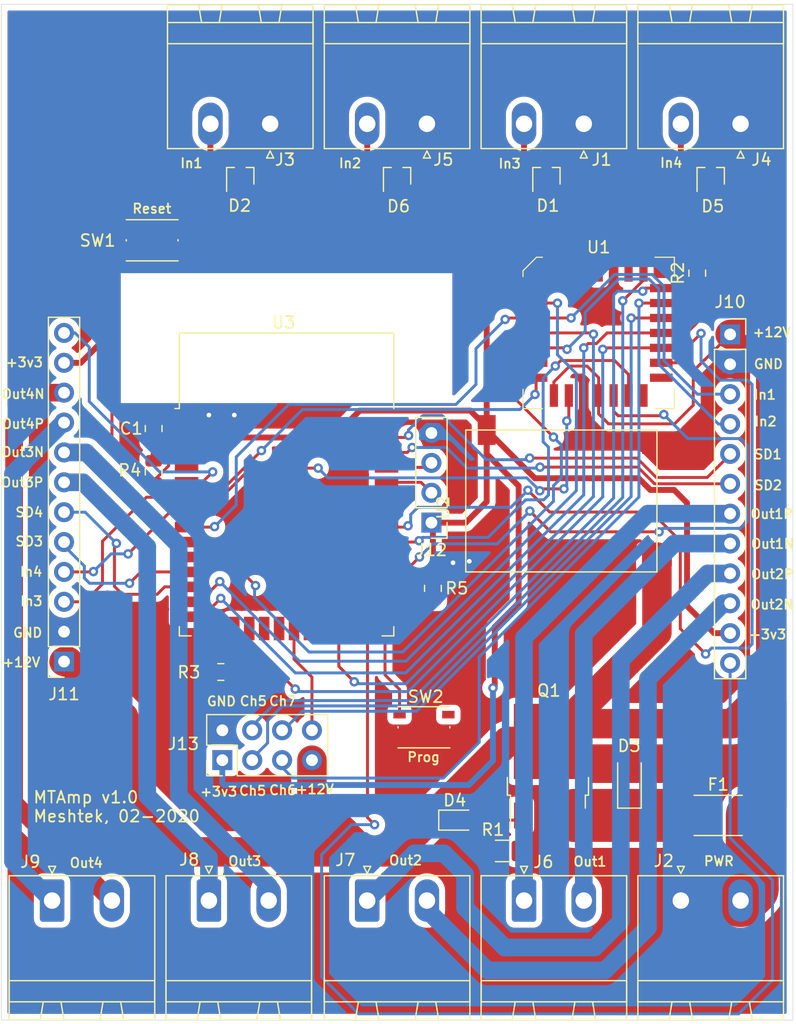
<source format=kicad_pcb>
(kicad_pcb (version 20171130) (host pcbnew "(5.1.5)-3")
  (layers (0 F.Cu signal) (31 B.Cu signal hide) (34 B.Paste user) (35 F.Paste user) (36 B.SilkS user) (37 F.SilkS user) (38 B.Mask user) (39 F.Mask user) (44 Edge.Cuts user))
  (net 0 "")
  (net 1 +3V3)
  (net 2 "Net-(D1-Pad3)")
  (net 3 GNDA)
  (net 4 MT_In3)
  (net 5 "Net-(D2-Pad3)")
  (net 6 MT_In1)
  (net 7 "Net-(D3-Pad1)")
  (net 8 "Net-(D4-Pad2)")
  (net 9 "Net-(D5-Pad3)")
  (net 10 MT_In4)
  (net 11 "Net-(D6-Pad3)")
  (net 12 MT_In2)
  (net 13 "Net-(F1-Pad2)")
  (net 14 Out1N)
  (net 15 Out1P)
  (net 16 Out2N)
  (net 17 Out2P)
  (net 18 Out3N)
  (net 19 Out3P)
  (net 20 Out4N)
  (net 21 Out4P)
  (net 22 SD2)
  (net 23 SD1)
  (net 24 MT_Out2)
  (net 25 MT_Out1)
  (net 26 +12V)
  (net 27 SD4)
  (net 28 SD3)
  (net 29 MT_Out4)
  (net 30 MT_Out3)
  (net 31 TX)
  (net 32 RX)
  (net 33 MT_STB)
  (net 34 "Net-(R4-Pad2)")
  (net 35 "Net-(R5-Pad2)")
  (net 36 MT_In6)
  (net 37 MT_In7)
  (net 38 MT_In8)
  (net 39 MT_AY2)
  (net 40 "Net-(U1-Pad19)")
  (net 41 "Net-(U1-Pad18)")
  (net 42 MT_AY1)
  (net 43 MT_AY0)
  (net 44 "Net-(U1-Pad10)")
  (net 45 MT_AX0)
  (net 46 MT_Data)
  (net 47 "Net-(U1-Pad5)")
  (net 48 MT_In5)
  (net 49 "Net-(U1-Pad4)")
  (net 50 "Net-(U3-Pad32)")
  (net 51 "Net-(U3-Pad29)")
  (net 52 MT_AX1)
  (net 53 "Net-(U3-Pad26)")
  (net 54 "Net-(U3-Pad24)")
  (net 55 "Net-(U3-Pad22)")
  (net 56 "Net-(U3-Pad21)")
  (net 57 "Net-(U3-Pad19)")
  (net 58 "Net-(U3-Pad18)")
  (net 59 "Net-(U3-Pad17)")
  (net 60 MT_Reset)
  (net 61 "Net-(U3-Pad4)")
  (net 62 CONNECTED1)
  (net 63 CONNECTED2)
  (net 64 CONNECTED_BT)
  (net 65 "Net-(U3-Pad10)")
  (module parts:MTDCDC (layer F.Cu) (at 152.527 74.93 90)
    (fp_text reference U2 (at 5.461 -1.913 90) (layer F.SilkS))
    (fp_text value MTDCDC)
    (pad 3 smd rect (at 12.065 1.778 90) (size 2.54 1.524) (layers F.Cu F.Paste F.Mask) (net 1 +3V3))
    (pad 2 smd rect (at 0 1.778 90) (size 2.54 1.524) (layers F.Cu F.Paste F.Mask) (net 3 GNDA))
    (pad 1 smd rect (at 1.27 16.256 90) (size 1.524 2.54) (layers F.Cu F.Paste F.Mask) (net 26 +12V))
    (pad 2 smd rect (at 10.795 16.256 90) (size 1.524 2.54) (layers F.Cu F.Paste F.Mask) (net 3 GNDA))
  )
  (module Connector_PinHeader_2.54mm:PinHeader_2x04_P2.54mm_Vertical (layer F.Cu) (at 131.826 90.932 90)
    (fp_text reference J13 (at 1.38176 -3.31216 180) (layer F.SilkS))
    (fp_text value BT)
    (pad 8 thru_hole oval (at 2.54 7.62 90) (size 1.7 1.7) (drill 1) (layers *.Cu *.Mask) (net 64 CONNECTED_BT))
    (pad 7 thru_hole oval (at 0 7.62 90) (size 1.7 1.7) (drill 1) (layers *.Cu *.Mask) (net 26 +12V))
    (pad 6 thru_hole oval (at 2.54 5.08 90) (size 1.7 1.7) (drill 1) (layers *.Cu *.Mask) (net 38 MT_In8))
    (pad 5 thru_hole oval (at 0 5.08 90) (size 1.7 1.7) (drill 1) (layers *.Cu *.Mask) (net 37 MT_In7))
    (pad 4 thru_hole oval (at 2.54 2.54 90) (size 1.7 1.7) (drill 1) (layers *.Cu *.Mask) (net 36 MT_In6))
    (pad 3 thru_hole oval (at 0 2.54 90) (size 1.7 1.7) (drill 1) (layers *.Cu *.Mask) (net 48 MT_In5))
    (pad 2 thru_hole oval (at 2.54 0 90) (size 1.7 1.7) (drill 1) (layers *.Cu *.Mask) (net 3 GNDA))
    (pad 1 thru_hole rect (at 0 0 90) (size 1.7 1.7) (drill 1) (layers *.Cu *.Mask) (net 1 +3V3))
  )
  (module Connector_PinSocket_2.54mm:PinSocket_1x12_P2.54mm_Vertical (layer F.Cu) (at 118.364 82.55 180)
    (fp_text reference J11 (at 0 -2.77 180) (layer F.SilkS))
    (fp_text value AMP2)
    (pad 12 thru_hole oval (at 0 27.94 180) (size 1.7 1.7) (drill 1) (layers *.Cu *.Mask) (net 63 CONNECTED2))
    (pad 11 thru_hole oval (at 0 25.4 180) (size 1.7 1.7) (drill 1) (layers *.Cu *.Mask) (net 1 +3V3))
    (pad 10 thru_hole oval (at 0 22.86 180) (size 1.7 1.7) (drill 1) (layers *.Cu *.Mask) (net 20 Out4N))
    (pad 9 thru_hole oval (at 0 20.32 180) (size 1.7 1.7) (drill 1) (layers *.Cu *.Mask) (net 21 Out4P))
    (pad 8 thru_hole oval (at 0 17.78 180) (size 1.7 1.7) (drill 1) (layers *.Cu *.Mask) (net 18 Out3N))
    (pad 7 thru_hole oval (at 0 15.24 180) (size 1.7 1.7) (drill 1) (layers *.Cu *.Mask) (net 19 Out3P))
    (pad 6 thru_hole oval (at 0 12.7 180) (size 1.7 1.7) (drill 1) (layers *.Cu *.Mask) (net 27 SD4))
    (pad 5 thru_hole oval (at 0 10.16 180) (size 1.7 1.7) (drill 1) (layers *.Cu *.Mask) (net 28 SD3))
    (pad 4 thru_hole oval (at 0 7.62 180) (size 1.7 1.7) (drill 1) (layers *.Cu *.Mask) (net 29 MT_Out4))
    (pad 3 thru_hole oval (at 0 5.08 180) (size 1.7 1.7) (drill 1) (layers *.Cu *.Mask) (net 30 MT_Out3))
    (pad 2 thru_hole oval (at 0 2.54 180) (size 1.7 1.7) (drill 1) (layers *.Cu *.Mask) (net 3 GNDA))
    (pad 1 thru_hole rect (at 0 0 180) (size 1.7 1.7) (drill 1) (layers *.Cu *.Mask) (net 26 +12V))
  )
  (module Connector_PinSocket_2.54mm:PinSocket_1x12_P2.54mm_Vertical (layer F.Cu) (at 175.006 54.737)
    (fp_text reference J10 (at 0 -2.77) (layer F.SilkS))
    (fp_text value AMP1)
    (pad 12 thru_hole oval (at 0 27.94) (size 1.7 1.7) (drill 1) (layers *.Cu *.Mask) (net 62 CONNECTED1))
    (pad 11 thru_hole oval (at 0 25.4) (size 1.7 1.7) (drill 1) (layers *.Cu *.Mask) (net 1 +3V3))
    (pad 10 thru_hole oval (at 0 22.86) (size 1.7 1.7) (drill 1) (layers *.Cu *.Mask) (net 16 Out2N))
    (pad 9 thru_hole oval (at 0 20.32) (size 1.7 1.7) (drill 1) (layers *.Cu *.Mask) (net 17 Out2P))
    (pad 8 thru_hole oval (at 0 17.78) (size 1.7 1.7) (drill 1) (layers *.Cu *.Mask) (net 14 Out1N))
    (pad 7 thru_hole oval (at 0 15.24) (size 1.7 1.7) (drill 1) (layers *.Cu *.Mask) (net 15 Out1P))
    (pad 6 thru_hole oval (at 0 12.7) (size 1.7 1.7) (drill 1) (layers *.Cu *.Mask) (net 22 SD2))
    (pad 5 thru_hole oval (at 0 10.16) (size 1.7 1.7) (drill 1) (layers *.Cu *.Mask) (net 23 SD1))
    (pad 4 thru_hole oval (at 0 7.62) (size 1.7 1.7) (drill 1) (layers *.Cu *.Mask) (net 24 MT_Out2))
    (pad 3 thru_hole oval (at 0 5.08) (size 1.7 1.7) (drill 1) (layers *.Cu *.Mask) (net 25 MT_Out1))
    (pad 2 thru_hole oval (at 0 2.54) (size 1.7 1.7) (drill 1) (layers *.Cu *.Mask) (net 3 GNDA))
    (pad 1 thru_hole rect (at 0 0) (size 1.7 1.7) (drill 1) (layers *.Cu *.Mask) (net 26 +12V))
  )
  (module RF_Module:ESP32-WROOM-32 (layer F.Cu) (at 137.287 70.485)
    (fp_text reference U3 (at -0.254 -16.764 180) (layer F.SilkS))
    (fp_text value ESP32-WROOM-32)
    (pad 38 smd rect (at 8.5 -8.255) (size 2 0.9) (layers F.Cu F.Paste F.Mask) (net 3 GNDA))
    (pad 37 smd rect (at 8.5 -6.985) (size 2 0.9) (layers F.Cu F.Paste F.Mask) (net 23 SD1))
    (pad 36 smd rect (at 8.5 -5.715) (size 2 0.9) (layers F.Cu F.Paste F.Mask) (net 22 SD2))
    (pad 35 smd rect (at 8.5 -4.445) (size 2 0.9) (layers F.Cu F.Paste F.Mask) (net 31 TX))
    (pad 34 smd rect (at 8.5 -3.175) (size 2 0.9) (layers F.Cu F.Paste F.Mask) (net 32 RX))
    (pad 33 smd rect (at 8.5 -1.905) (size 2 0.9) (layers F.Cu F.Paste F.Mask) (net 62 CONNECTED1))
    (pad 32 smd rect (at 8.5 -0.635) (size 2 0.9) (layers F.Cu F.Paste F.Mask) (net 50 "Net-(U3-Pad32)"))
    (pad 31 smd rect (at 8.5 0.635) (size 2 0.9) (layers F.Cu F.Paste F.Mask) (net 39 MT_AY2))
    (pad 30 smd rect (at 8.5 1.905) (size 2 0.9) (layers F.Cu F.Paste F.Mask) (net 42 MT_AY1))
    (pad 29 smd rect (at 8.5 3.175) (size 2 0.9) (layers F.Cu F.Paste F.Mask) (net 51 "Net-(U3-Pad29)"))
    (pad 28 smd rect (at 8.5 4.445) (size 2 0.9) (layers F.Cu F.Paste F.Mask) (net 43 MT_AY0))
    (pad 27 smd rect (at 8.5 5.715) (size 2 0.9) (layers F.Cu F.Paste F.Mask) (net 52 MT_AX1))
    (pad 26 smd rect (at 8.5 6.985) (size 2 0.9) (layers F.Cu F.Paste F.Mask) (net 53 "Net-(U3-Pad26)"))
    (pad 25 smd rect (at 8.5 8.255) (size 2 0.9) (layers F.Cu F.Paste F.Mask) (net 35 "Net-(R5-Pad2)"))
    (pad 24 smd rect (at 5.715 9.255 90) (size 2 0.9) (layers F.Cu F.Paste F.Mask) (net 54 "Net-(U3-Pad24)"))
    (pad 23 smd rect (at 4.445 9.255 90) (size 2 0.9) (layers F.Cu F.Paste F.Mask) (net 45 MT_AX0))
    (pad 22 smd rect (at 3.175 9.255 90) (size 2 0.9) (layers F.Cu F.Paste F.Mask) (net 55 "Net-(U3-Pad22)"))
    (pad 21 smd rect (at 1.905 9.255 90) (size 2 0.9) (layers F.Cu F.Paste F.Mask) (net 56 "Net-(U3-Pad21)"))
    (pad 20 smd rect (at 0.635 9.255 90) (size 2 0.9) (layers F.Cu F.Paste F.Mask) (net 64 CONNECTED_BT))
    (pad 19 smd rect (at -0.635 9.255 90) (size 2 0.9) (layers F.Cu F.Paste F.Mask) (net 57 "Net-(U3-Pad19)"))
    (pad 18 smd rect (at -1.905 9.255 90) (size 2 0.9) (layers F.Cu F.Paste F.Mask) (net 58 "Net-(U3-Pad18)"))
    (pad 17 smd rect (at -3.175 9.255 90) (size 2 0.9) (layers F.Cu F.Paste F.Mask) (net 59 "Net-(U3-Pad17)"))
    (pad 16 smd rect (at -4.445 9.255 90) (size 2 0.9) (layers F.Cu F.Paste F.Mask) (net 33 MT_STB))
    (pad 15 smd rect (at -5.715 9.255 90) (size 2 0.9) (layers F.Cu F.Paste F.Mask) (net 3 GNDA))
    (pad 14 smd rect (at -8.5 8.255) (size 2 0.9) (layers F.Cu F.Paste F.Mask) (net 60 MT_Reset))
    (pad 13 smd rect (at -8.5 6.985) (size 2 0.9) (layers F.Cu F.Paste F.Mask) (net 46 MT_Data))
    (pad 12 smd rect (at -8.5 5.715) (size 2 0.9) (layers F.Cu F.Paste F.Mask) (net 27 SD4))
    (pad 11 smd rect (at -8.5 4.445) (size 2 0.9) (layers F.Cu F.Paste F.Mask) (net 28 SD3))
    (pad 10 smd rect (at -8.5 3.175) (size 2 0.9) (layers F.Cu F.Paste F.Mask) (net 65 "Net-(U3-Pad10)"))
    (pad 9 smd rect (at -8.5 1.905) (size 2 0.9) (layers F.Cu F.Paste F.Mask) (net 24 MT_Out2))
    (pad 8 smd rect (at -8.5 0.635) (size 2 0.9) (layers F.Cu F.Paste F.Mask) (net 25 MT_Out1))
    (pad 7 smd rect (at -8.5 -0.635) (size 2 0.9) (layers F.Cu F.Paste F.Mask) (net 29 MT_Out4))
    (pad 6 smd rect (at -8.5 -1.905) (size 2 0.9) (layers F.Cu F.Paste F.Mask) (net 30 MT_Out3))
    (pad 5 smd rect (at -8.5 -3.175) (size 2 0.9) (layers F.Cu F.Paste F.Mask) (net 63 CONNECTED2))
    (pad 4 smd rect (at -8.5 -4.445) (size 2 0.9) (layers F.Cu F.Paste F.Mask) (net 61 "Net-(U3-Pad4)"))
    (pad 3 smd rect (at -8.5 -5.715) (size 2 0.9) (layers F.Cu F.Paste F.Mask) (net 34 "Net-(R4-Pad2)"))
    (pad 2 smd rect (at -8.5 -6.985) (size 2 0.9) (layers F.Cu F.Paste F.Mask) (net 1 +3V3))
    (pad 1 smd rect (at -8.5 -8.255) (size 2 0.9) (layers F.Cu F.Paste F.Mask) (net 3 GNDA))
    (pad 39 smd rect (at -1 -0.755) (size 5 5) (layers F.Cu F.Paste F.Mask) (net 3 GNDA))
  )
  (module Package_LCC:PLCC-28 (layer F.Cu) (at 163.83 54.61)
    (fp_text reference U1 (at 0 -7.285) (layer F.SilkS))
    (fp_text value MT8806AP)
    (pad 25 smd rect (at 5.3225 -3.81) (size 1.925 0.7) (layers F.Cu F.Paste F.Mask) (net 36 MT_In6))
    (pad 24 smd rect (at 5.3225 -2.54) (size 1.925 0.7) (layers F.Cu F.Paste F.Mask) (net 37 MT_In7))
    (pad 23 smd rect (at 5.3225 -1.27) (size 1.925 0.7) (layers F.Cu F.Paste F.Mask) (net 38 MT_In8))
    (pad 22 smd rect (at 5.3225 0) (size 1.925 0.7) (layers F.Cu F.Paste F.Mask) (net 60 MT_Reset))
    (pad 21 smd rect (at 5.3225 1.27) (size 1.925 0.7) (layers F.Cu F.Paste F.Mask) (net 33 MT_STB))
    (pad 20 smd rect (at 5.3225 2.54) (size 1.925 0.7) (layers F.Cu F.Paste F.Mask) (net 39 MT_AY2))
    (pad 19 smd rect (at 5.3225 3.81) (size 1.925 0.7) (layers F.Cu F.Paste F.Mask) (net 40 "Net-(U1-Pad19)"))
    (pad 18 smd rect (at 3.81 5.3225) (size 0.7 1.925) (layers F.Cu F.Paste F.Mask) (net 41 "Net-(U1-Pad18)"))
    (pad 17 smd rect (at 2.54 5.3225) (size 0.7 1.925) (layers F.Cu F.Paste F.Mask) (net 42 MT_AY1))
    (pad 16 smd rect (at 1.27 5.3225) (size 0.7 1.925) (layers F.Cu F.Paste F.Mask) (net 43 MT_AY0))
    (pad 15 smd rect (at 0 5.3225) (size 0.7 1.925) (layers F.Cu F.Paste F.Mask) (net 26 +12V))
    (pad 14 smd rect (at -1.27 5.3225) (size 0.7 1.925) (layers F.Cu F.Paste F.Mask) (net 3 GNDA))
    (pad 13 smd rect (at -2.54 5.3225) (size 0.7 1.925) (layers F.Cu F.Paste F.Mask) (net 29 MT_Out4))
    (pad 12 smd rect (at -3.81 5.3225) (size 0.7 1.925) (layers F.Cu F.Paste F.Mask) (net 26 +12V))
    (pad 11 smd rect (at -5.3225 3.81) (size 1.925 0.7) (layers F.Cu F.Paste F.Mask) (net 30 MT_Out3))
    (pad 10 smd rect (at -5.3225 2.54) (size 1.925 0.7) (layers F.Cu F.Paste F.Mask) (net 44 "Net-(U1-Pad10)"))
    (pad 9 smd rect (at -5.3225 1.27) (size 1.925 0.7) (layers F.Cu F.Paste F.Mask) (net 24 MT_Out2))
    (pad 8 smd rect (at -5.3225 0) (size 1.925 0.7) (layers F.Cu F.Paste F.Mask) (net 45 MT_AX0))
    (pad 7 smd rect (at -5.3225 -1.27) (size 1.925 0.7) (layers F.Cu F.Paste F.Mask) (net 25 MT_Out1))
    (pad 6 smd rect (at -5.3225 -2.54) (size 1.925 0.7) (layers F.Cu F.Paste F.Mask) (net 46 MT_Data))
    (pad 5 smd rect (at -5.3225 -3.81) (size 1.925 0.7) (layers F.Cu F.Paste F.Mask) (net 47 "Net-(U1-Pad5)"))
    (pad 26 smd rect (at 3.81 -5.3225) (size 0.7 1.925) (layers F.Cu F.Paste F.Mask) (net 48 MT_In5))
    (pad 27 smd rect (at 2.54 -5.3225) (size 0.7 1.925) (layers F.Cu F.Paste F.Mask) (net 10 MT_In4))
    (pad 28 smd rect (at 1.27 -5.3225) (size 0.7 1.925) (layers F.Cu F.Paste F.Mask) (net 3 GNDA))
    (pad 4 smd rect (at -3.81 -5.3225) (size 0.7 1.925) (layers F.Cu F.Paste F.Mask) (net 49 "Net-(U1-Pad4)"))
    (pad 3 smd rect (at -2.54 -5.3225) (size 0.7 1.925) (layers F.Cu F.Paste F.Mask) (net 6 MT_In1))
    (pad 2 smd rect (at -1.27 -5.3225) (size 0.7 1.925) (layers F.Cu F.Paste F.Mask) (net 12 MT_In2))
    (pad 1 smd rect (at 0 -5.3225) (size 0.7 1.925) (layers F.Cu F.Paste F.Mask) (net 4 MT_In3))
  )
  (module Button_Switch_SMD:SW_Push_1P1T_NO_Vertical_Wuerth_434133025816 (layer F.Cu) (at 148.971 88.138)
    (fp_text reference SW2 (at 0.15 -2.6) (layer F.SilkS))
    (fp_text value SW_Push)
    (pad 2 smd rect (at 2.05 1.075) (size 1.05 0.65) (layers F.Cu F.Paste F.Mask) (net 3 GNDA))
    (pad 1 smd rect (at 2.075 -1.075) (size 1.05 0.65) (layers F.Cu F.Paste F.Mask) (net 35 "Net-(R5-Pad2)"))
    (pad 2 smd rect (at -2.075 1.075) (size 1.05 0.65) (layers F.Cu F.Paste F.Mask) (net 3 GNDA))
    (pad 1 smd rect (at -2.075 -1.075) (size 1.05 0.65) (layers F.Cu F.Paste F.Mask) (net 35 "Net-(R5-Pad2)"))
  )
  (module Button_Switch_SMD:SW_Push_1P1T_NO_Vertical_Wuerth_434133025816 (layer F.Cu) (at 125.857 46.736)
    (fp_text reference SW1 (at -4.63804 0.02032 180) (layer F.SilkS))
    (fp_text value SW_Push)
    (pad 2 smd rect (at 2.05 1.075) (size 1.05 0.65) (layers F.Cu F.Paste F.Mask) (net 34 "Net-(R4-Pad2)"))
    (pad 1 smd rect (at 2.075 -1.075) (size 1.05 0.65) (layers F.Cu F.Paste F.Mask) (net 3 GNDA))
    (pad 2 smd rect (at -2.075 1.075) (size 1.05 0.65) (layers F.Cu F.Paste F.Mask) (net 34 "Net-(R4-Pad2)"))
    (pad 1 smd rect (at -2.075 -1.075) (size 1.05 0.65) (layers F.Cu F.Paste F.Mask) (net 3 GNDA))
  )
  (module Resistor_SMD:R_0805_2012Metric (layer F.Cu) (at 149.733 76.327 270)
    (fp_text reference R5 (at 0 -2.032) (layer F.SilkS))
    (fp_text value 10k)
    (pad 2 smd roundrect (at 0.9375 0 270) (size 0.975 1.4) (layers F.Cu F.Paste F.Mask) (net 35 "Net-(R5-Pad2)"))
    (pad 1 smd roundrect (at -0.9375 0 270) (size 0.975 1.4) (layers F.Cu F.Paste F.Mask) (net 1 +3V3))
  )
  (module Resistor_SMD:R_0805_2012Metric (layer F.Cu) (at 125.984 66.421 270)
    (fp_text reference R4 (at -0.127 2.032) (layer F.SilkS))
    (fp_text value 10k)
    (pad 2 smd roundrect (at 0.9375 0 270) (size 0.975 1.4) (layers F.Cu F.Paste F.Mask) (net 34 "Net-(R4-Pad2)"))
    (pad 1 smd roundrect (at -0.9375 0 270) (size 0.975 1.4) (layers F.Cu F.Paste F.Mask) (net 1 +3V3))
  )
  (module Resistor_SMD:R_0805_2012Metric (layer F.Cu) (at 131.699 83.439 180)
    (fp_text reference R3 (at 2.7178 -0.0254 180) (layer F.SilkS))
    (fp_text value 10k)
    (pad 2 smd roundrect (at 0.9375 0 180) (size 0.975 1.4) (layers F.Cu F.Paste F.Mask) (net 3 GNDA))
    (pad 1 smd roundrect (at -0.9375 0 180) (size 0.975 1.4) (layers F.Cu F.Paste F.Mask) (net 33 MT_STB))
  )
  (module Resistor_SMD:R_0805_2012Metric (layer F.Cu) (at 172.212 49.53 90)
    (fp_text reference R2 (at 0 -1.65 90) (layer F.SilkS))
    (fp_text value 10k)
    (pad 2 smd roundrect (at 0.9375 0 90) (size 0.975 1.4) (layers F.Cu F.Paste F.Mask) (net 3 GNDA))
    (pad 1 smd roundrect (at -0.9375 0 90) (size 0.975 1.4) (layers F.Cu F.Paste F.Mask) (net 60 MT_Reset))
  )
  (module Resistor_SMD:R_1206_3216Metric (layer F.Cu) (at 155.6512 98.6536 180)
    (fp_text reference R1 (at 0.8128 1.80848) (layer F.SilkS))
    (fp_text value 100k)
    (pad 2 smd roundrect (at 1.4 0 180) (size 1.25 1.75) (layers F.Cu F.Paste F.Mask) (roundrect_rratio 0.2) (net 3 GNDA))
    (pad 1 smd roundrect (at -1.4 0 180) (size 1.25 1.75) (layers F.Cu F.Paste F.Mask) (roundrect_rratio 0.2) (net 8 "Net-(D4-Pad2)"))
  )
  (module Package_TO_SOT_SMD:TO-252-2 (layer F.Cu) (at 159.512 91.44 90)
    (fp_text reference Q1 (at 6.42112 0.08128 180) (layer F.SilkS))
    (fp_text value AOD403)
    (pad 2 smd rect (at 2.1 0 90) (size 6.4 5.8) (layers F.Cu F.Mask) (net 26 +12V))
    (pad 3 smd rect (at -4.2 2.28 90) (size 2.2 1.2) (layers F.Cu F.Paste F.Mask) (net 7 "Net-(D3-Pad1)"))
    (pad 1 smd rect (at -4.2 -2.28 90) (size 2.2 1.2) (layers F.Cu F.Paste F.Mask) (net 8 "Net-(D4-Pad2)"))
  )
  (module Connector_PinHeader_2.54mm:PinHeader_1x04_P2.54mm_Vertical (layer F.Cu) (at 149.606 70.739 180)
    (fp_text reference J12 (at 0 -2.33 180) (layer F.SilkS))
    (fp_text value PROG)
    (pad 4 thru_hole oval (at 0 7.62 180) (size 1.7 1.7) (drill 1) (layers *.Cu *.Mask) (net 3 GNDA))
    (pad 3 thru_hole oval (at 0 5.08 180) (size 1.7 1.7) (drill 1) (layers *.Cu *.Mask) (net 31 TX))
    (pad 2 thru_hole oval (at 0 2.54 180) (size 1.7 1.7) (drill 1) (layers *.Cu *.Mask) (net 32 RX))
    (pad 1 thru_hole rect (at 0 0 180) (size 1.7 1.7) (drill 1) (layers *.Cu *.Mask) (net 1 +3V3))
  )
  (module Connector_Phoenix_MSTB:PhoenixContact_MSTBA_2,5_2-G-5,08_1x02_P5.08mm_Horizontal (layer F.Cu) (at 117.348 102.87)
    (fp_text reference J9 (at -1.84912 -3.302 180) (layer F.SilkS))
    (fp_text value OUT4)
    (pad 2 thru_hole oval (at 5.08 0) (size 2.08 3.6) (drill 1.4) (layers *.Cu *.Mask) (net 20 Out4N))
    (pad 1 thru_hole roundrect (at 0 0) (size 2.08 3.6) (drill 1.4) (layers *.Cu *.Mask) (roundrect_rratio 0.120192) (net 21 Out4P))
  )
  (module Connector_Phoenix_MSTB:PhoenixContact_MSTBA_2,5_2-G-5,08_1x02_P5.08mm_Horizontal (layer F.Cu) (at 130.683 102.87)
    (fp_text reference J8 (at -1.67132 -3.4798 180) (layer F.SilkS))
    (fp_text value OUT3)
    (pad 2 thru_hole oval (at 5.08 0) (size 2.08 3.6) (drill 1.4) (layers *.Cu *.Mask) (net 18 Out3N))
    (pad 1 thru_hole roundrect (at 0 0) (size 2.08 3.6) (drill 1.4) (layers *.Cu *.Mask) (roundrect_rratio 0.120192) (net 19 Out3P))
  )
  (module Connector_Phoenix_MSTB:PhoenixContact_MSTBA_2,5_2-G-5,08_1x02_P5.08mm_Horizontal (layer F.Cu) (at 144.145 102.87)
    (fp_text reference J7 (at -1.85928 -3.44424 180) (layer F.SilkS))
    (fp_text value OUT2)
    (pad 2 thru_hole oval (at 5.08 0) (size 2.08 3.6) (drill 1.4) (layers *.Cu *.Mask) (net 16 Out2N))
    (pad 1 thru_hole roundrect (at 0 0) (size 2.08 3.6) (drill 1.4) (layers *.Cu *.Mask) (roundrect_rratio 0.120192) (net 17 Out2P))
  )
  (module Connector_Phoenix_MSTB:PhoenixContact_MSTBA_2,5_2-G-5,08_1x02_P5.08mm_Horizontal (layer F.Cu) (at 157.48 102.87)
    (fp_text reference J6 (at 1.64592 -3.28168 180) (layer F.SilkS))
    (fp_text value OUT1)
    (pad 2 thru_hole oval (at 5.08 0) (size 2.08 3.6) (drill 1.4) (layers *.Cu *.Mask) (net 14 Out1N))
    (pad 1 thru_hole roundrect (at 0 0) (size 2.08 3.6) (drill 1.4) (layers *.Cu *.Mask) (roundrect_rratio 0.120192) (net 15 Out1P))
  )
  (module Connector_Phoenix_MSTB:PhoenixContact_MSTBA_2,5_2-G-5,08_1x02_P5.08mm_Horizontal (layer F.Cu) (at 149.225 36.83 180)
    (fp_text reference J5 (at -1.397 -3.048) (layer F.SilkS))
    (fp_text value IN2)
    (pad 2 thru_hole oval (at 5.08 0 180) (size 2.08 3.6) (drill 1.4) (layers *.Cu *.Mask) (net 12 MT_In2))
    (pad 1 thru_hole roundrect (at 0 0 180) (size 2.08 3.6) (drill 1.4) (layers *.Cu *.Mask) (roundrect_rratio 0.120192) (net 3 GNDA))
  )
  (module Connector_Phoenix_MSTB:PhoenixContact_MSTBA_2,5_2-G-5,08_1x02_P5.08mm_Horizontal (layer F.Cu) (at 175.895 36.83 180)
    (fp_text reference J4 (at -1.778 -3.048) (layer F.SilkS))
    (fp_text value IN4)
    (pad 2 thru_hole oval (at 5.08 0 180) (size 2.08 3.6) (drill 1.4) (layers *.Cu *.Mask) (net 10 MT_In4))
    (pad 1 thru_hole roundrect (at 0 0 180) (size 2.08 3.6) (drill 1.4) (layers *.Cu *.Mask) (roundrect_rratio 0.120192) (net 3 GNDA))
  )
  (module Connector_Phoenix_MSTB:PhoenixContact_MSTBA_2,5_2-G-5,08_1x02_P5.08mm_Horizontal (layer F.Cu) (at 135.89 36.83 180)
    (fp_text reference J3 (at -1.27 -3.048) (layer F.SilkS))
    (fp_text value IN1)
    (pad 2 thru_hole oval (at 5.08 0 180) (size 2.08 3.6) (drill 1.4) (layers *.Cu *.Mask) (net 6 MT_In1))
    (pad 1 thru_hole roundrect (at 0 0 180) (size 2.08 3.6) (drill 1.4) (layers *.Cu *.Mask) (roundrect_rratio 0.120192) (net 3 GNDA))
  )
  (module Connector_Phoenix_MSTB:PhoenixContact_MSTBA_2,5_2-G-5,08_1x02_P5.08mm_Horizontal (layer F.Cu) (at 170.815 102.87)
    (fp_text reference J2 (at -1.45288 -3.3782 180) (layer F.SilkS))
    (fp_text value PWR)
    (pad 2 thru_hole oval (at 5.08 0) (size 2.08 3.6) (drill 1.4) (layers *.Cu *.Mask) (net 13 "Net-(F1-Pad2)"))
    (pad 1 thru_hole roundrect (at 0 0) (size 2.08 3.6) (drill 1.4) (layers *.Cu *.Mask) (roundrect_rratio 0.120192) (net 3 GNDA))
  )
  (module Connector_Phoenix_MSTB:PhoenixContact_MSTBA_2,5_2-G-5,08_1x02_P5.08mm_Horizontal (layer F.Cu) (at 162.56 36.83 180)
    (fp_text reference J1 (at -1.524 -3.048) (layer F.SilkS))
    (fp_text value IN3)
    (pad 2 thru_hole oval (at 5.08 0 180) (size 2.08 3.6) (drill 1.4) (layers *.Cu *.Mask) (net 4 MT_In3))
    (pad 1 thru_hole roundrect (at 0 0 180) (size 2.08 3.6) (drill 1.4) (layers *.Cu *.Mask) (roundrect_rratio 0.120192) (net 3 GNDA))
  )
  (module Fuse:Fuse_2512_6332Metric (layer F.Cu) (at 173.99 95.631)
    (fp_text reference F1 (at 0 -2.62) (layer F.SilkS))
    (fp_text value 24E1300A)
    (pad 2 smd roundrect (at 2.9 0) (size 1.35 3.35) (layers F.Cu F.Paste F.Mask) (roundrect_rratio 0.185185) (net 13 "Net-(F1-Pad2)"))
    (pad 1 smd roundrect (at -2.9 0) (size 1.35 3.35) (layers F.Cu F.Paste F.Mask) (roundrect_rratio 0.185185) (net 7 "Net-(D3-Pad1)"))
  )
  (module Package_TO_SOT_SMD:SOT-323_SC-70 (layer F.Cu) (at 146.685 41.275 90)
    (fp_text reference D6 (at -2.5654 0.127) (layer F.SilkS))
    (fp_text value SP0502BAJT)
    (pad 3 smd rect (at 1 0) (size 0.45 0.7) (layers F.Cu F.Paste F.Mask) (net 11 "Net-(D6-Pad3)"))
    (pad 2 smd rect (at -1 0.65) (size 0.45 0.7) (layers F.Cu F.Paste F.Mask) (net 3 GNDA))
    (pad 1 smd rect (at -1 -0.65) (size 0.45 0.7) (layers F.Cu F.Paste F.Mask) (net 12 MT_In2))
  )
  (module Package_TO_SOT_SMD:SOT-323_SC-70 (layer F.Cu) (at 173.355 41.275 90)
    (fp_text reference D5 (at -2.5654 0.1778 180) (layer F.SilkS))
    (fp_text value SP0502BAJT)
    (pad 3 smd rect (at 1 0) (size 0.45 0.7) (layers F.Cu F.Paste F.Mask) (net 9 "Net-(D5-Pad3)"))
    (pad 2 smd rect (at -1 0.65) (size 0.45 0.7) (layers F.Cu F.Paste F.Mask) (net 3 GNDA))
    (pad 1 smd rect (at -1 -0.65) (size 0.45 0.7) (layers F.Cu F.Paste F.Mask) (net 10 MT_In4))
  )
  (module Diode_SMD:D_SOD-323 (layer F.Cu) (at 151.72944 96.03232)
    (fp_text reference D4 (at -0.14224 -1.68656) (layer F.SilkS))
    (fp_text value BZT52C22S)
    (pad 2 smd rect (at 1.05 0) (size 0.6 0.45) (layers F.Cu F.Paste F.Mask) (net 8 "Net-(D4-Pad2)"))
    (pad 1 smd rect (at -1.05 0) (size 0.6 0.45) (layers F.Cu F.Paste F.Mask) (net 26 +12V))
  )
  (module Diode_SMD:D_SOD-123F (layer F.Cu) (at 166.4462 92.8116 90)
    (fp_text reference D3 (at 3.09372 -0.0254 180) (layer F.SilkS))
    (fp_text value SMF26CA)
    (pad 2 smd rect (at 1.4 0 90) (size 1.1 1.1) (layers F.Cu F.Paste F.Mask) (net 3 GNDA))
    (pad 1 smd rect (at -1.4 0 90) (size 1.1 1.1) (layers F.Cu F.Paste F.Mask) (net 7 "Net-(D3-Pad1)"))
  )
  (module Package_TO_SOT_SMD:SOT-323_SC-70 (layer F.Cu) (at 133.35 41.275 90)
    (fp_text reference D2 (at -2.5146 -0.0508) (layer F.SilkS))
    (fp_text value SP0502BAJT)
    (pad 3 smd rect (at 1 0) (size 0.45 0.7) (layers F.Cu F.Paste F.Mask) (net 5 "Net-(D2-Pad3)"))
    (pad 2 smd rect (at -1 0.65) (size 0.45 0.7) (layers F.Cu F.Paste F.Mask) (net 3 GNDA))
    (pad 1 smd rect (at -1 -0.65) (size 0.45 0.7) (layers F.Cu F.Paste F.Mask) (net 6 MT_In1))
  )
  (module Package_TO_SOT_SMD:SOT-323_SC-70 (layer F.Cu) (at 159.385 41.275 90)
    (fp_text reference D1 (at -2.5146 0.127 180) (layer F.SilkS))
    (fp_text value SP0502BAJT)
    (pad 3 smd rect (at 1 0) (size 0.45 0.7) (layers F.Cu F.Paste F.Mask) (net 2 "Net-(D1-Pad3)"))
    (pad 2 smd rect (at -1 0.65) (size 0.45 0.7) (layers F.Cu F.Paste F.Mask) (net 3 GNDA))
    (pad 1 smd rect (at -1 -0.65) (size 0.45 0.7) (layers F.Cu F.Paste F.Mask) (net 4 MT_In3))
  )
  (module Capacitor_SMD:C_0805_2012Metric (layer F.Cu) (at 125.984 62.738 90)
    (fp_text reference C1 (at 0 -1.905 180) (layer F.SilkS))
    (fp_text value 10u)
    (pad 2 smd roundrect (at 0.9375 0 90) (size 0.975 1.4) (layers F.Cu F.Paste F.Mask) (net 3 GNDA))
    (pad 1 smd roundrect (at -0.9375 0 90) (size 0.975 1.4) (layers F.Cu F.Paste F.Mask) (net 1 +3V3))
  )
  (gr_text In4 (at 168.96588 40.15232) (layer F.SilkS) (effects (font (size 0.8 0.8)) (justify left)))
  (gr_text In3 (at 155.22956 40.21836) (layer F.SilkS) (effects (font (size 0.8 0.8)) (justify left)))
  (gr_text In2 (at 141.6558 40.18788) (layer F.SilkS) (effects (font (size 0.8 0.8)) (justify left)))
  (gr_text In1 (at 128.1684 40.1828) (layer F.SilkS) (effects (font (size 0.8 0.8)) (justify left)))
  (gr_text Out4 (at 118.7704 99.6696) (layer F.SilkS) (effects (font (size 0.8 0.8)) (justify left)))
  (gr_text Out3 (at 132.24764 99.52228) (layer F.SilkS) (effects (font (size 0.8 0.8)) (justify left)))
  (gr_text Out2N (at 176.66208 77.70368) (layer F.SilkS) (effects (font (size 0.8 0.8)) (justify left)))
  (gr_text Out2P (at 176.70272 75.12304) (layer F.SilkS) (effects (font (size 0.8 0.8)) (justify left)))
  (gr_text Out1N (at 176.70272 72.5424) (layer F.SilkS) (effects (font (size 0.8 0.8)) (justify left)))
  (gr_text Out1P (at 176.66208 70.0024) (layer F.SilkS) (effects (font (size 0.8 0.8)) (justify left)))
  (gr_text Out3P (at 112.91824 67.32016) (layer F.SilkS) (effects (font (size 0.8 0.8)) (justify left)))
  (gr_text Out3N (at 112.93856 64.73952) (layer F.SilkS) (effects (font (size 0.8 0.8)) (justify left)))
  (gr_text Out4N (at 112.9792 59.80176) (layer F.SilkS) (effects (font (size 0.8 0.8)) (justify left)))
  (gr_text Out4P (at 112.9792 62.34176) (layer F.SilkS) (effects (font (size 0.8 0.8)) (justify left)))
  (gr_text +3v3 (at 113.3348 57.11444) (layer F.SilkS) (effects (font (size 0.8 0.8)) (justify left)))
  (gr_text +3v3 (at 176.54016 80.24368) (layer F.SilkS) (effects (font (size 0.8 0.8)) (justify left)))
  (gr_text SD2 (at 176.9872 67.564) (layer F.SilkS) (effects (font (size 0.8 0.8)) (justify left)))
  (gr_text SD1 (at 176.9618 64.93764) (layer F.SilkS) (effects (font (size 0.8 0.8)) (justify left)))
  (gr_text SD4 (at 114.1476 69.86524) (layer F.SilkS) (effects (font (size 0.8 0.8)) (justify left)))
  (gr_text SD3 (at 114.1476 72.3392) (layer F.SilkS) (effects (font (size 0.8 0.8)) (justify left)))
  (gr_text Ch7 (at 135.71728 85.91296) (layer F.SilkS) (effects (font (size 0.8 0.8)) (justify left)))
  (gr_text Ch6 (at 135.72236 93.48724) (layer F.SilkS) (effects (font (size 0.8 0.8)) (justify left)))
  (gr_text Ch5 (at 133.223 85.91804) (layer F.SilkS) (effects (font (size 0.8 0.8)) (justify left)))
  (gr_text Ch5 (at 133.16204 93.53804) (layer F.SilkS) (effects (font (size 0.8 0.8)) (justify left)))
  (gr_text Prog (at 147.46732 90.67292) (layer F.SilkS) (effects (font (size 0.8 0.8)) (justify left)))
  (gr_text Reset (at 124.09424 44.0436) (layer F.SilkS) (effects (font (size 0.8 0.8)) (justify left)))
  (gr_text +3v3 (at 129.86004 93.61424) (layer F.SilkS) (effects (font (size 0.8 0.8)) (justify left)))
  (gr_text +12V (at 137.99312 93.41104) (layer F.SilkS) (effects (font (size 0.8 0.8)) (justify left)))
  (gr_text GND (at 130.43408 85.93328) (layer F.SilkS) (effects (font (size 0.8 0.8)) (justify left)))
  (gr_text PWR (at 172.6946 99.52228) (layer F.SilkS) (effects (font (size 0.8 0.8)) (justify left)))
  (gr_text Out1 (at 161.59988 99.55784) (layer F.SilkS) (effects (font (size 0.8 0.8)) (justify left)))
  (gr_text Out2 (at 145.91792 99.45624) (layer F.SilkS) (effects (font (size 0.8 0.8)) (justify left)))
  (gr_text In4 (at 114.5286 74.91984) (layer F.SilkS) (effects (font (size 0.8 0.8)) (justify left)))
  (gr_text In3 (at 114.554 77.4192) (layer F.SilkS) (effects (font (size 0.8 0.8)) (justify left)))
  (gr_text In2 (at 176.9872 62.13856) (layer F.SilkS) (effects (font (size 0.8 0.8)) (justify left)))
  (gr_text In1 (at 176.92624 59.86272) (layer F.SilkS) (effects (font (size 0.8 0.8)) (justify left)))
  (gr_text GND (at 113.95456 80.10144) (layer F.SilkS) (effects (font (size 0.8 0.8)) (justify left)))
  (gr_text +12V (at 113.03 82.61604) (layer F.SilkS) (effects (font (size 0.8 0.8)) (justify left)))
  (gr_text GND (at 176.94656 57.26176) (layer F.SilkS) (effects (font (size 0.8 0.8)) (justify left)))
  (gr_text +12V (at 176.84496 54.5592) (layer F.SilkS) (effects (font (size 0.8 0.8)) (justify left)))
  (gr_text "MTAmp v1.0\nMeshtek, 02-2020" (at 115.6716 94.8944) (layer F.SilkS) (effects (font (size 1 1)) (justify left)))
  (gr_line (start 180.34 26.67) (end 113.03 26.67) (angle 90) (layer Edge.Cuts) (width 0.05))
  (gr_line (start 113.03 113.03) (end 180.34 113.03) (angle 90) (layer Edge.Cuts) (width 0.05))
  (gr_line (start 113.03 26.67) (end 113.03 113.03) (angle 90) (layer Edge.Cuts) (width 0.05))
  (gr_line (start 180.34 113.03) (end 180.34 26.67) (angle 90) (layer Edge.Cuts) (width 0.05))
  (segment (start 125.984 65.4835) (end 125.984 63.8025) (width 0.5) (layer F.Cu) (net 1))
  (segment (start 125.984 63.8025) (end 126.2865 63.5) (width 0.5) (layer F.Cu) (net 1))
  (segment (start 126.2865 63.5) (end 128.66 63.5) (width 0.5) (layer F.Cu) (net 1))
  (segment (start 149.733 75.3895) (end 149.733 70.866) (width 0.5) (layer F.Cu) (net 1))
  (segment (start 149.733 70.866) (end 149.606 70.739) (width 0.5) (layer F.Cu) (net 1))
  (segment (start 149.606 70.739) (end 152.527 70.739) (width 0.5) (layer F.Cu) (net 1))
  (segment (start 152.527 70.739) (end 154.305 68.961) (width 0.5) (layer F.Cu) (net 1))
  (segment (start 154.305 68.961) (end 154.305 62.865) (width 0.5) (layer F.Cu) (net 1))
  (segment (start 149.987 70.739) (end 149.606 70.739) (width 0.5) (layer F.Cu) (net 1))
  (segment (start 128.66 63.5) (end 141.224 63.5) (width 0.5) (layer F.Cu) (net 1))
  (segment (start 143.51 61.214) (end 152.908 61.214) (width 0.5) (layer F.Cu) (net 1))
  (segment (start 141.224 63.5) (end 143.51 61.214) (width 0.5) (layer F.Cu) (net 1))
  (segment (start 152.908 61.214) (end 154.813 63.119) (width 0.5) (layer F.Cu) (net 1))
  (segment (start 175.006 80.137) (end 173.64964 80.137) (width 0.5) (layer F.Cu) (net 1))
  (segment (start 171.34332 69.05752) (end 171.34332 71.52132) (width 0.5) (layer F.Cu) (net 1))
  (segment (start 170.24604 67.96024) (end 171.34332 69.05752) (width 0.5) (layer F.Cu) (net 1))
  (segment (start 168.2242 67.96024) (end 170.24604 67.96024) (width 0.5) (layer F.Cu) (net 1))
  (segment (start 167.22852 66.96456) (end 168.2242 67.96024) (width 0.5) (layer F.Cu) (net 1))
  (segment (start 166.78656 66.96456) (end 167.22852 66.96456) (width 0.5) (layer F.Cu) (net 1))
  (segment (start 173.64964 80.137) (end 171.34332 77.83068) (width 0.5) (layer F.Cu) (net 1))
  (segment (start 171.34332 77.83068) (end 171.34332 71.52132) (width 0.5) (layer F.Cu) (net 1))
  (segment (start 166.78656 66.96456) (end 158.40456 66.96456) (width 0.5) (layer F.Cu) (net 1))
  (segment (start 158.40456 66.96456) (end 154.305 62.865) (width 0.5) (layer F.Cu) (net 1))
  (segment (start 118.364 57.15) (end 119.7864 57.15) (width 0.5) (layer F.Cu) (net 1))
  (segment (start 154.305 50.7238) (end 154.305 62.865) (width 0.5) (layer F.Cu) (net 1))
  (segment (start 151.95804 48.37684) (end 154.305 50.7238) (width 0.5) (layer F.Cu) (net 1))
  (segment (start 135.84428 48.37684) (end 151.95804 48.37684) (width 0.5) (layer F.Cu) (net 1))
  (segment (start 134.19328 46.72584) (end 135.84428 48.37684) (width 0.5) (layer F.Cu) (net 1))
  (segment (start 123.03252 46.72584) (end 134.19328 46.72584) (width 0.5) (layer F.Cu) (net 1))
  (segment (start 121.44756 48.3108) (end 123.03252 46.72584) (width 0.5) (layer F.Cu) (net 1))
  (segment (start 121.44756 55.48884) (end 121.44756 48.3108) (width 0.5) (layer F.Cu) (net 1))
  (segment (start 119.7864 57.15) (end 121.44756 55.48884) (width 0.5) (layer F.Cu) (net 1))
  (segment (start 131.826 90.932) (end 131.826 92.8116) (width 0.5) (layer B.Cu) (net 1))
  (segment (start 131.99872 93.04528) (end 152.77592 93.04528) (width 0.5) (layer B.Cu) (net 1))
  (segment (start 131.826 92.87256) (end 131.99872 93.04528) (width 0.5) (layer B.Cu) (net 1))
  (segment (start 131.826 92.8116) (end 131.826 92.87256) (width 0.5) (layer B.Cu) (net 1))
  (segment (start 154.305 64.897) (end 154.305 62.865) (width 0.5) (layer F.Cu) (net 1))
  (segment (start 157.0228 67.6148) (end 154.305 64.897) (width 0.5) (layer F.Cu) (net 1))
  (segment (start 157.0228 77.5716) (end 157.0228 67.6148) (width 0.5) (layer F.Cu) (net 1))
  (segment (start 154.9908 79.6036) (end 157.0228 77.5716) (width 0.5) (layer F.Cu) (net 1))
  (segment (start 154.9908 84.64296) (end 154.9908 79.6036) (width 0.5) (layer F.Cu) (net 1))
  (segment (start 154.8384 84.79536) (end 154.9908 84.64296) (width 0.5) (layer F.Cu) (net 1))
  (via (at 154.8384 84.79536) (size 0.8) (drill 0.4) (layers F.Cu B.Cu) (net 1))
  (segment (start 154.8384 90.9828) (end 154.8384 84.79536) (width 0.5) (layer B.Cu) (net 1))
  (segment (start 152.77592 93.04528) (end 154.8384 90.9828) (width 0.5) (layer B.Cu) (net 1))
  (segment (start 157.48 36.83) (end 157.48 41.02) (width 0.5) (layer F.Cu) (net 4))
  (segment (start 157.48 41.02) (end 158.735 42.275) (width 0.5) (layer F.Cu) (net 4))
  (segment (start 158.735 42.275) (end 158.861 42.275) (width 0.25) (layer F.Cu) (net 4))
  (segment (start 163.83 47.244) (end 163.83 49.2875) (width 0.25) (layer F.Cu) (net 4))
  (segment (start 158.861 42.275) (end 163.83 47.244) (width 0.25) (layer F.Cu) (net 4))
  (segment (start 130.81 36.83) (end 130.81 40.385) (width 0.5) (layer F.Cu) (net 6))
  (segment (start 130.81 40.385) (end 132.7 42.275) (width 0.5) (layer F.Cu) (net 6))
  (segment (start 132.7 42.275) (end 132.7 43.673) (width 0.25) (layer F.Cu) (net 6))
  (segment (start 161.29 48.006) (end 161.29 49.2875) (width 0.25) (layer F.Cu) (net 6))
  (segment (start 160.528 47.244) (end 161.29 48.006) (width 0.25) (layer F.Cu) (net 6))
  (segment (start 136.271 47.244) (end 160.528 47.244) (width 0.25) (layer F.Cu) (net 6))
  (segment (start 132.7 43.673) (end 136.271 47.244) (width 0.25) (layer F.Cu) (net 6))
  (segment (start 170.815 36.83) (end 170.815 40.385) (width 0.5) (layer F.Cu) (net 10))
  (segment (start 170.815 40.385) (end 172.705 42.275) (width 0.5) (layer F.Cu) (net 10))
  (segment (start 172.705 42.275) (end 171.339 42.275) (width 0.25) (layer F.Cu) (net 10))
  (segment (start 166.37 47.244) (end 166.37 49.2875) (width 0.25) (layer F.Cu) (net 10))
  (segment (start 171.339 42.275) (end 166.37 47.244) (width 0.25) (layer F.Cu) (net 10))
  (segment (start 144.145 36.83) (end 144.145 40.385) (width 0.5) (layer F.Cu) (net 12))
  (segment (start 144.145 40.385) (end 146.035 42.275) (width 0.5) (layer F.Cu) (net 12))
  (segment (start 146.035 42.275) (end 146.035 43.038) (width 0.25) (layer F.Cu) (net 12))
  (segment (start 162.56 47.752) (end 162.56 49.2875) (width 0.25) (layer F.Cu) (net 12))
  (segment (start 160.782 45.974) (end 162.56 47.752) (width 0.25) (layer F.Cu) (net 12))
  (segment (start 148.971 45.974) (end 160.782 45.974) (width 0.25) (layer F.Cu) (net 12))
  (segment (start 146.035 43.038) (end 148.971 45.974) (width 0.25) (layer F.Cu) (net 12))
  (segment (start 176.89 95.631) (end 176.89 101.875) (width 4.5) (layer F.Cu) (net 13))
  (segment (start 176.89 101.875) (end 175.895 102.87) (width 4.5) (layer F.Cu) (net 13))
  (segment (start 174.625 72.39) (end 174.498 72.39) (width 0.25) (layer F.Cu) (net 14))
  (segment (start 145.66 66.04) (end 149.225 66.04) (width 0.25) (layer F.Cu) (net 31))
  (segment (start 149.225 66.04) (end 149.606 65.659) (width 0.25) (layer F.Cu) (net 31))
  (segment (start 145.66 67.31) (end 148.717 67.31) (width 0.25) (layer F.Cu) (net 32))
  (segment (start 148.717 67.31) (end 149.606 68.199) (width 0.25) (layer F.Cu) (net 32))
  (segment (start 132.715 79.74) (end 132.715 83.3905) (width 0.25) (layer F.Cu) (net 33))
  (segment (start 130.429 83.3905) (end 130.4775 83.439) (width 0.25) (layer F.Cu) (net 3))
  (segment (start 128.787 62.23) (end 130.048 62.23) (width 0.25) (layer F.Cu) (net 3))
  (via (at 132.842 61.595) (size 0.8) (drill 0.4) (layers F.Cu B.Cu) (net 3))
  (segment (start 130.683 61.595) (end 132.842 61.595) (width 0.25) (layer B.Cu) (net 3))
  (via (at 130.683 61.595) (size 0.8) (drill 0.4) (layers F.Cu B.Cu) (net 3))
  (segment (start 130.048 62.23) (end 130.683 61.595) (width 0.25) (layer F.Cu) (net 3))
  (segment (start 154.305 74.93) (end 153.73096 74.93) (width 0.25) (layer F.Cu) (net 3))
  (via (at 151.44496 74.14768) (size 0.8) (drill 0.4) (layers F.Cu B.Cu) (net 3))
  (segment (start 152.7048 74.14768) (end 151.44496 74.14768) (width 0.25) (layer B.Cu) (net 3))
  (segment (start 152.82672 74.02576) (end 152.7048 74.14768) (width 0.25) (layer B.Cu) (net 3))
  (via (at 152.82672 74.02576) (size 0.8) (drill 0.4) (layers F.Cu B.Cu) (net 3))
  (segment (start 153.73096 74.93) (end 152.82672 74.02576) (width 0.25) (layer F.Cu) (net 3))
  (segment (start 171.09 95.631) (end 161.801 95.631) (width 4.5) (layer F.Cu) (net 7))
  (segment (start 161.801 95.631) (end 161.792 95.64) (width 4.5) (layer F.Cu) (net 7))
  (segment (start 157.0512 98.6536) (end 157.0512 95.8208) (width 0.25) (layer F.Cu) (net 8))
  (segment (start 157.0512 95.8208) (end 157.232 95.64) (width 0.25) (layer F.Cu) (net 8))
  (segment (start 152.77944 96.03232) (end 156.83968 96.03232) (width 0.25) (layer F.Cu) (net 8))
  (segment (start 156.83968 96.03232) (end 157.232 95.64) (width 0.25) (layer F.Cu) (net 8))
  (segment (start 175.006 72.517) (end 170.2562 72.517) (width 1.5) (layer B.Cu) (net 14))
  (segment (start 162.56 80.2132) (end 162.56 102.87) (width 1.5) (layer B.Cu) (net 14))
  (segment (start 170.2562 72.517) (end 162.56 80.2132) (width 1.5) (layer B.Cu) (net 14))
  (segment (start 175.006 69.977) (end 168.01084 69.977) (width 1.5) (layer B.Cu) (net 15))
  (segment (start 157.48 80.50784) (end 157.48 102.87) (width 1.5) (layer B.Cu) (net 15))
  (segment (start 168.01084 69.977) (end 157.48 80.50784) (width 1.5) (layer B.Cu) (net 15))
  (segment (start 175.006 77.597) (end 174.43704 77.597) (width 1.5) (layer B.Cu) (net 16))
  (segment (start 174.43704 77.597) (end 168.021 84.01304) (width 1.5) (layer B.Cu) (net 16))
  (segment (start 168.021 84.01304) (end 168.021 105.156) (width 1.5) (layer B.Cu) (net 16))
  (segment (start 149.225 102.87) (end 149.225 103.6574) (width 1.5) (layer B.Cu) (net 16))
  (segment (start 164.36848 108.80852) (end 168.021 105.156) (width 1.5) (layer B.Cu) (net 16))
  (segment (start 154.37612 108.80852) (end 164.36848 108.80852) (width 1.5) (layer B.Cu) (net 16))
  (segment (start 149.225 103.6574) (end 154.37612 108.80852) (width 1.5) (layer B.Cu) (net 16))
  (segment (start 175.006 75.057) (end 173.101 75.057) (width 1.5) (layer B.Cu) (net 17))
  (segment (start 148.1582 98.8568) (end 144.145 102.87) (width 1.5) (layer B.Cu) (net 17))
  (segment (start 150.68296 98.8568) (end 148.1582 98.8568) (width 1.5) (layer B.Cu) (net 17))
  (segment (start 152.46604 100.63988) (end 150.68296 98.8568) (width 1.5) (layer B.Cu) (net 17))
  (segment (start 152.46604 103.4796) (end 152.46604 100.63988) (width 1.5) (layer B.Cu) (net 17))
  (segment (start 155.84424 106.8578) (end 152.46604 103.4796) (width 1.5) (layer B.Cu) (net 17))
  (segment (start 163.48964 106.8578) (end 155.84424 106.8578) (width 1.5) (layer B.Cu) (net 17))
  (segment (start 165.7096 104.63784) (end 163.48964 106.8578) (width 1.5) (layer B.Cu) (net 17))
  (segment (start 165.7096 82.4484) (end 165.7096 104.63784) (width 1.5) (layer B.Cu) (net 17))
  (segment (start 173.101 75.057) (end 165.7096 82.4484) (width 1.5) (layer B.Cu) (net 17))
  (segment (start 118.364 64.77) (end 120.2436 64.77) (width 1.5) (layer B.Cu) (net 18))
  (segment (start 128.1176 93.9546) (end 128.1176 92.5576) (width 1.5) (layer B.Cu) (net 18))
  (segment (start 135.763 102.87) (end 135.763 101.888234) (width 1.5) (layer B.Cu) (net 18))
  (segment (start 120.2436 64.77) (end 128.1176 72.644) (width 1.5) (layer B.Cu) (net 18))
  (segment (start 128.1176 72.644) (end 128.1176 92.5576) (width 1.5) (layer B.Cu) (net 18))
  (segment (start 135.763 102.87) (end 135.763 101.6) (width 1.5) (layer B.Cu) (net 18))
  (segment (start 135.763 101.6) (end 128.1176 93.9546) (width 1.5) (layer B.Cu) (net 18))
  (segment (start 118.364 67.31) (end 119.97436 67.31) (width 1.5) (layer B.Cu) (net 19))
  (segment (start 130.683 99.2124) (end 130.683 102.87) (width 1.5) (layer B.Cu) (net 19))
  (segment (start 125.44044 93.96984) (end 130.683 99.2124) (width 1.5) (layer B.Cu) (net 19))
  (segment (start 125.44044 72.77608) (end 125.44044 93.96984) (width 1.5) (layer B.Cu) (net 19))
  (segment (start 119.97436 67.31) (end 125.44044 72.77608) (width 1.5) (layer B.Cu) (net 19))
  (segment (start 118.364 59.69) (end 116.8908 59.69) (width 1.5) (layer F.Cu) (net 20))
  (segment (start 114.11712 94.55912) (end 115.10772 95.54972) (width 1.5) (layer F.Cu) (net 20))
  (segment (start 114.11712 62.36208) (end 114.11712 94.55912) (width 1.5) (layer F.Cu) (net 20))
  (segment (start 115.00612 61.47308) (end 114.11712 62.36208) (width 1.5) (layer F.Cu) (net 20))
  (segment (start 115.10772 61.47308) (end 115.00612 61.47308) (width 1.5) (layer F.Cu) (net 20))
  (segment (start 116.8908 59.69) (end 115.10772 61.47308) (width 1.5) (layer F.Cu) (net 20))
  (segment (start 115.10772 95.54972) (end 122.428 102.87) (width 1.5) (layer F.Cu) (net 20))
  (segment (start 118.364 62.23) (end 118.29288 62.23) (width 1.5) (layer B.Cu) (net 21))
  (segment (start 114.0206 99.5426) (end 114.9096 100.4316) (width 1.5) (layer B.Cu) (net 21))
  (segment (start 114.0206 66.56324) (end 114.0206 99.5426) (width 1.5) (layer B.Cu) (net 21))
  (segment (start 114.9096 65.67424) (end 114.0206 66.56324) (width 1.5) (layer B.Cu) (net 21))
  (segment (start 114.9096 65.61328) (end 114.9096 65.67424) (width 1.5) (layer B.Cu) (net 21))
  (segment (start 118.29288 62.23) (end 114.9096 65.61328) (width 1.5) (layer B.Cu) (net 21))
  (segment (start 114.9096 100.4316) (end 117.348 102.87) (width 1.5) (layer B.Cu) (net 21))
  (segment (start 175.006 67.437) (end 168.5798 67.437) (width 0.25) (layer F.Cu) (net 22))
  (segment (start 147.55368 64.77) (end 145.787 64.77) (width 0.25) (layer F.Cu) (net 22))
  (segment (start 147.97024 64.35344) (end 147.55368 64.77) (width 0.25) (layer F.Cu) (net 22))
  (via (at 147.97024 64.35344) (size 0.8) (drill 0.4) (layers F.Cu B.Cu) (net 22))
  (segment (start 150.876 64.35344) (end 147.97024 64.35344) (width 0.25) (layer B.Cu) (net 22))
  (segment (start 152.62352 66.10096) (end 150.876 64.35344) (width 0.25) (layer B.Cu) (net 22))
  (segment (start 158.76016 66.10096) (end 152.62352 66.10096) (width 0.25) (layer B.Cu) (net 22))
  (segment (start 158.84144 66.01968) (end 158.76016 66.10096) (width 0.25) (layer B.Cu) (net 22))
  (via (at 158.84144 66.01968) (size 0.8) (drill 0.4) (layers F.Cu B.Cu) (net 22))
  (segment (start 167.16248 66.01968) (end 158.84144 66.01968) (width 0.25) (layer F.Cu) (net 22))
  (segment (start 168.5798 67.437) (end 167.16248 66.01968) (width 0.25) (layer F.Cu) (net 22))
  (segment (start 175.006 64.897) (end 175.006 64.95288) (width 0.25) (layer F.Cu) (net 23))
  (segment (start 147.0152 63.5) (end 145.787 63.5) (width 0.25) (layer F.Cu) (net 23))
  (segment (start 147.4978 63.5) (end 147.66544 63.33236) (width 0.25) (layer F.Cu) (net 23))
  (segment (start 147.0152 63.5) (end 147.4978 63.5) (width 0.25) (layer F.Cu) (net 23))
  (via (at 147.66544 63.33236) (size 0.8) (drill 0.4) (layers F.Cu B.Cu) (net 23))
  (segment (start 147.65528 63.30696) (end 147.68068 63.33236) (width 0.25) (layer B.Cu) (net 23))
  (segment (start 147.65528 62.85992) (end 147.65528 63.30696) (width 0.25) (layer B.Cu) (net 23))
  (segment (start 148.88464 61.63056) (end 147.65528 62.85992) (width 0.25) (layer B.Cu) (net 23))
  (segment (start 147.65528 62.85992) (end 147.64512 62.87008) (width 0.25) (layer B.Cu) (net 23))
  (segment (start 150.51024 61.63056) (end 148.88464 61.63056) (width 0.25) (layer B.Cu) (net 23))
  (segment (start 154.26944 65.38976) (end 150.51024 61.63056) (width 0.25) (layer B.Cu) (net 23))
  (segment (start 157.82544 65.38976) (end 154.26944 65.38976) (width 0.25) (layer B.Cu) (net 23))
  (segment (start 157.9626 65.2526) (end 157.82544 65.38976) (width 0.25) (layer B.Cu) (net 23))
  (via (at 157.9626 65.2526) (size 0.8) (drill 0.4) (layers F.Cu B.Cu) (net 23))
  (segment (start 167.08628 65.2526) (end 157.9626 65.2526) (width 0.25) (layer F.Cu) (net 23))
  (segment (start 168.7322 66.89852) (end 167.08628 65.2526) (width 0.25) (layer F.Cu) (net 23))
  (segment (start 173.06036 66.89852) (end 168.7322 66.89852) (width 0.25) (layer F.Cu) (net 23))
  (segment (start 175.006 64.95288) (end 173.06036 66.89852) (width 0.25) (layer F.Cu) (net 23))
  (segment (start 175.006 62.357) (end 174.0154 62.357) (width 0.25) (layer B.Cu) (net 24))
  (segment (start 161.01568 55.88) (end 158.5075 55.88) (width 0.25) (layer F.Cu) (net 24))
  (segment (start 161.1376 56.00192) (end 161.01568 55.88) (width 0.25) (layer F.Cu) (net 24))
  (via (at 161.1376 56.00192) (size 0.8) (drill 0.4) (layers F.Cu B.Cu) (net 24))
  (segment (start 162.68192 54.4576) (end 161.1376 56.00192) (width 0.25) (layer B.Cu) (net 24))
  (segment (start 162.68192 52.87264) (end 162.68192 54.4576) (width 0.25) (layer B.Cu) (net 24))
  (segment (start 165.52672 50.02784) (end 162.68192 52.87264) (width 0.25) (layer B.Cu) (net 24))
  (segment (start 168.10736 50.02784) (end 165.52672 50.02784) (width 0.25) (layer B.Cu) (net 24))
  (segment (start 168.94048 50.86096) (end 168.10736 50.02784) (width 0.25) (layer B.Cu) (net 24))
  (segment (start 168.94048 57.28208) (end 168.94048 50.86096) (width 0.25) (layer B.Cu) (net 24))
  (segment (start 174.0154 62.357) (end 168.94048 57.28208) (width 0.25) (layer B.Cu) (net 24))
  (segment (start 128.787 72.39) (end 129.8448 72.39) (width 0.25) (layer F.Cu) (net 24))
  (segment (start 130.94716 72.39) (end 134.6454 76.08824) (width 0.25) (layer F.Cu) (net 24))
  (segment (start 129.8448 72.39) (end 130.94716 72.39) (width 0.25) (layer F.Cu) (net 24))
  (via (at 134.6454 76.08824) (size 0.8) (drill 0.4) (layers F.Cu B.Cu) (net 24))
  (segment (start 134.5692 76.14412) (end 134.6454 76.06792) (width 0.25) (layer B.Cu) (net 24))
  (segment (start 134.5692 77.1144) (end 134.5692 76.14412) (width 0.25) (layer B.Cu) (net 24))
  (segment (start 155.9814 55.88) (end 158.5075 55.88) (width 0.25) (layer F.Cu) (net 24))
  (segment (start 155.55976 56.30164) (end 155.9814 55.88) (width 0.25) (layer F.Cu) (net 24))
  (segment (start 155.55976 59.03976) (end 155.55976 56.30164) (width 0.25) (layer F.Cu) (net 24))
  (segment (start 159.98444 63.46444) (end 155.55976 59.03976) (width 0.25) (layer F.Cu) (net 24))
  (via (at 159.98444 63.46444) (size 0.8) (drill 0.4) (layers F.Cu B.Cu) (net 24))
  (segment (start 147.1676 81.7372) (end 159.98444 68.92036) (width 0.25) (layer B.Cu) (net 24))
  (segment (start 139.192 81.7372) (end 147.1676 81.7372) (width 0.25) (layer B.Cu) (net 24))
  (segment (start 134.5692 77.1144) (end 139.192 81.7372) (width 0.25) (layer B.Cu) (net 24))
  (segment (start 159.98444 68.92036) (end 159.98444 67.59956) (width 0.25) (layer B.Cu) (net 24))
  (segment (start 159.98444 67.59956) (end 160.655 66.929) (width 0.25) (layer B.Cu) (net 24))
  (segment (start 160.655 66.929) (end 160.655 64.135) (width 0.25) (layer B.Cu) (net 24))
  (segment (start 160.655 64.135) (end 159.98444 63.46444) (width 0.25) (layer B.Cu) (net 24))
  (segment (start 175.006 59.817) (end 172.22724 59.817) (width 0.25) (layer B.Cu) (net 25))
  (segment (start 161.48304 53.34) (end 158.5075 53.34) (width 0.25) (layer F.Cu) (net 25))
  (via (at 161.48304 53.34) (size 0.8) (drill 0.4) (layers F.Cu B.Cu) (net 25))
  (segment (start 165.18128 49.64176) (end 161.48304 53.34) (width 0.25) (layer B.Cu) (net 25))
  (segment (start 168.37152 49.64176) (end 165.18128 49.64176) (width 0.25) (layer B.Cu) (net 25))
  (segment (start 169.38752 50.65776) (end 168.37152 49.64176) (width 0.25) (layer B.Cu) (net 25))
  (segment (start 169.38752 56.97728) (end 169.38752 50.65776) (width 0.25) (layer B.Cu) (net 25))
  (segment (start 172.22724 59.817) (end 169.38752 56.97728) (width 0.25) (layer B.Cu) (net 25))
  (segment (start 128.787 71.12) (end 131.12496 71.12) (width 0.25) (layer F.Cu) (net 25))
  (segment (start 137.4648 60.69584) (end 137.95756 60.69584) (width 0.25) (layer B.Cu) (net 25))
  (segment (start 133.0071 65.15354) (end 137.4648 60.69584) (width 0.25) (layer B.Cu) (net 25))
  (segment (start 133.0071 65.6463) (end 133.0071 65.15354) (width 0.25) (layer B.Cu) (net 25))
  (segment (start 133.0071 69.23786) (end 132.56768 69.67728) (width 0.25) (layer B.Cu) (net 25))
  (segment (start 133.0071 65.6463) (end 133.0071 69.23786) (width 0.25) (layer B.Cu) (net 25))
  (segment (start 131.12496 71.12) (end 131.1656 71.07936) (width 0.25) (layer F.Cu) (net 25))
  (via (at 131.1656 71.07936) (size 0.8) (drill 0.4) (layers F.Cu B.Cu) (net 25))
  (segment (start 131.1656 71.07936) (end 132.56768 69.67728) (width 0.25) (layer B.Cu) (net 25))
  (segment (start 137.95756 60.69584) (end 151.6888 60.69584) (width 0.25) (layer B.Cu) (net 25))
  (segment (start 151.6888 60.69584) (end 153.39568 58.98896) (width 0.25) (layer B.Cu) (net 25))
  (segment (start 153.39568 58.98896) (end 153.39568 55.94096) (width 0.25) (layer B.Cu) (net 25))
  (segment (start 153.39568 55.94096) (end 155.87472 53.46192) (width 0.25) (layer B.Cu) (net 25))
  (via (at 155.87472 53.46192) (size 0.8) (drill 0.4) (layers F.Cu B.Cu) (net 25))
  (segment (start 155.87472 53.46192) (end 155.99664 53.34) (width 0.25) (layer F.Cu) (net 25))
  (segment (start 155.99664 53.34) (end 158.5075 53.34) (width 0.25) (layer F.Cu) (net 25))
  (segment (start 175.006 54.737) (end 177.2666 54.737) (width 2.5) (layer F.Cu) (net 26))
  (segment (start 161.0188 87.8332) (end 159.512 89.34) (width 2.5) (layer F.Cu) (net 26))
  (segment (start 175.2092 87.8332) (end 161.0188 87.8332) (width 2.5) (layer F.Cu) (net 26))
  (segment (start 178.4604 84.582) (end 175.2092 87.8332) (width 2.5) (layer F.Cu) (net 26))
  (segment (start 178.4604 55.9308) (end 178.4604 84.582) (width 2.5) (layer F.Cu) (net 26))
  (segment (start 177.2666 54.737) (end 178.4604 55.9308) (width 2.5) (layer F.Cu) (net 26))
  (segment (start 159.512 89.34) (end 156.0748 89.34) (width 2.5) (layer F.Cu) (net 26))
  (segment (start 146.685 98.7298) (end 143.83512 98.7298) (width 2.5) (layer F.Cu) (net 26))
  (segment (start 156.0748 89.34) (end 148.336 97.0788) (width 2.5) (layer F.Cu) (net 26))
  (segment (start 146.685 98.7298) (end 148.336 97.0788) (width 2.5) (layer F.Cu) (net 26))
  (segment (start 139.446 90.932) (end 139.446 94.27464) (width 2.5) (layer F.Cu) (net 26))
  (segment (start 129.3114 98.7298) (end 143.83512 98.7298) (width 2.5) (layer F.Cu) (net 26))
  (segment (start 123.5456 92.964) (end 129.3114 98.7298) (width 2.5) (layer F.Cu) (net 26))
  (segment (start 123.444 92.964) (end 123.5456 92.964) (width 2.5) (layer F.Cu) (net 26))
  (segment (start 118.7196 82.55) (end 123.444 87.2744) (width 2.5) (layer F.Cu) (net 26))
  (segment (start 123.444 87.2744) (end 123.444 92.964) (width 2.5) (layer F.Cu) (net 26))
  (segment (start 118.364 82.55) (end 118.7196 82.55) (width 2.5) (layer F.Cu) (net 26))
  (segment (start 139.446 94.27464) (end 142.25016 97.0788) (width 2.5) (layer F.Cu) (net 26))
  (segment (start 142.25016 97.0788) (end 142.25016 97.14484) (width 2.5) (layer F.Cu) (net 26))
  (segment (start 142.25016 97.14484) (end 143.83512 98.7298) (width 2.5) (layer F.Cu) (net 26))
  (segment (start 168.783 73.66) (end 168.783 80.069) (width 2.5) (layer F.Cu) (net 26))
  (segment (start 168.783 80.069) (end 159.512 89.34) (width 2.5) (layer F.Cu) (net 26))
  (segment (start 163.83 59.9325) (end 163.83 61.49848) (width 0.25) (layer F.Cu) (net 26))
  (segment (start 172.86224 56.88076) (end 172.86478 56.87822) (width 0.25) (layer F.Cu) (net 26))
  (segment (start 172.86478 56.87822) (end 175.006 54.737) (width 0.25) (layer F.Cu) (net 26))
  (segment (start 170.2816 62.34176) (end 171.87164 60.75172) (width 0.25) (layer F.Cu) (net 26))
  (segment (start 164.67328 62.34176) (end 170.2816 62.34176) (width 0.25) (layer F.Cu) (net 26))
  (segment (start 163.83 61.49848) (end 164.67328 62.34176) (width 0.25) (layer F.Cu) (net 26))
  (segment (start 160.02 59.9325) (end 160.02 58.7756) (width 0.25) (layer F.Cu) (net 26))
  (segment (start 161.3662 57.4294) (end 161.30016 57.49544) (width 0.25) (layer F.Cu) (net 26))
  (segment (start 162.8394 57.4294) (end 161.3662 57.4294) (width 0.25) (layer F.Cu) (net 26))
  (segment (start 161.30016 57.49544) (end 160.02 58.7756) (width 0.25) (layer F.Cu) (net 26))
  (segment (start 162.8394 57.4294) (end 163.83 58.42) (width 0.25) (layer F.Cu) (net 26))
  (segment (start 163.83 58.42) (end 163.83 59.9325) (width 0.25) (layer F.Cu) (net 26))
  (segment (start 172.86478 56.87822) (end 172.84954 56.87822) (width 0.25) (layer F.Cu) (net 26))
  (segment (start 171.87164 57.85612) (end 171.87164 60.75172) (width 0.25) (layer F.Cu) (net 26))
  (segment (start 172.84954 56.87822) (end 171.87164 57.85612) (width 0.25) (layer F.Cu) (net 26))
  (segment (start 118.364 69.85) (end 120.16232 69.85) (width 0.25) (layer B.Cu) (net 27))
  (segment (start 126.91872 76.2) (end 128.787 76.2) (width 0.25) (layer F.Cu) (net 27))
  (segment (start 126.2888 76.82992) (end 126.91872 76.2) (width 0.25) (layer F.Cu) (net 27))
  (segment (start 123.32208 76.82992) (end 126.2888 76.82992) (width 0.25) (layer F.Cu) (net 27))
  (segment (start 122.65152 76.15936) (end 123.32208 76.82992) (width 0.25) (layer F.Cu) (net 27))
  (segment (start 122.65152 72.66432) (end 122.65152 76.15936) (width 0.25) (layer F.Cu) (net 27))
  (segment (start 122.81408 72.50176) (end 122.65152 72.66432) (width 0.25) (layer F.Cu) (net 27))
  (via (at 122.81408 72.50176) (size 0.8) (drill 0.4) (layers F.Cu B.Cu) (net 27))
  (segment (start 120.16232 69.85) (end 122.81408 72.50176) (width 0.25) (layer B.Cu) (net 27))
  (segment (start 118.364 72.39) (end 118.364 72.70496) (width 0.25) (layer B.Cu) (net 28))
  (segment (start 124.89688 74.93) (end 128.787 74.93) (width 0.25) (layer F.Cu) (net 28))
  (segment (start 123.93168 75.8952) (end 124.89688 74.93) (width 0.25) (layer F.Cu) (net 28))
  (via (at 123.93168 75.8952) (size 0.8) (drill 0.4) (layers F.Cu B.Cu) (net 28))
  (segment (start 120.53824 75.8952) (end 123.93168 75.8952) (width 0.25) (layer B.Cu) (net 28))
  (segment (start 120.0912 75.44816) (end 120.53824 75.8952) (width 0.25) (layer B.Cu) (net 28))
  (segment (start 120.0912 74.43216) (end 120.0912 75.44816) (width 0.25) (layer B.Cu) (net 28))
  (segment (start 118.364 72.70496) (end 120.0912 74.43216) (width 0.25) (layer B.Cu) (net 28))
  (segment (start 118.364 74.93) (end 120.83288 74.93) (width 0.25) (layer F.Cu) (net 29))
  (segment (start 128.69556 69.94144) (end 128.787 69.85) (width 0.25) (layer F.Cu) (net 29))
  (segment (start 127.26416 69.94144) (end 128.69556 69.94144) (width 0.25) (layer F.Cu) (net 29))
  (segment (start 123.80976 73.39584) (end 127.26416 69.94144) (width 0.25) (layer F.Cu) (net 29))
  (via (at 123.80976 73.39584) (size 0.8) (drill 0.4) (layers F.Cu B.Cu) (net 29))
  (segment (start 122.36704 73.39584) (end 123.80976 73.39584) (width 0.25) (layer B.Cu) (net 29))
  (segment (start 120.86336 74.89952) (end 122.36704 73.39584) (width 0.25) (layer B.Cu) (net 29))
  (via (at 120.86336 74.89952) (size 0.8) (drill 0.4) (layers F.Cu B.Cu) (net 29))
  (segment (start 120.83288 74.93) (end 120.86336 74.89952) (width 0.25) (layer F.Cu) (net 29))
  (segment (start 128.787 69.85) (end 130.48488 69.85) (width 0.25) (layer F.Cu) (net 29))
  (segment (start 161.29 61.9252) (end 161.29 59.9325) (width 0.25) (layer F.Cu) (net 29))
  (segment (start 161.11728 62.09792) (end 161.29 61.9252) (width 0.25) (layer F.Cu) (net 29))
  (via (at 161.11728 62.09792) (size 0.8) (drill 0.4) (layers F.Cu B.Cu) (net 29))
  (segment (start 161.11728 67.62496) (end 161.11728 62.09792) (width 0.25) (layer B.Cu) (net 29))
  (segment (start 160.87344 67.8688) (end 161.11728 67.62496) (width 0.25) (layer B.Cu) (net 29))
  (via (at 160.87344 67.8688) (size 0.8) (drill 0.4) (layers F.Cu B.Cu) (net 29))
  (segment (start 158.98368 67.8688) (end 160.87344 67.8688) (width 0.25) (layer F.Cu) (net 29))
  (segment (start 158.82112 68.03136) (end 158.98368 67.8688) (width 0.25) (layer F.Cu) (net 29))
  (via (at 158.82112 68.03136) (size 0.8) (drill 0.4) (layers F.Cu B.Cu) (net 29))
  (segment (start 157.72384 66.93408) (end 158.82112 68.03136) (width 0.25) (layer B.Cu) (net 29))
  (segment (start 140.80236 66.93408) (end 157.72384 66.93408) (width 0.25) (layer B.Cu) (net 29))
  (segment (start 139.97432 66.10604) (end 140.80236 66.93408) (width 0.25) (layer B.Cu) (net 29))
  (via (at 139.97432 66.10604) (size 0.8) (drill 0.4) (layers F.Cu B.Cu) (net 29))
  (segment (start 134.22884 66.10604) (end 139.97432 66.10604) (width 0.25) (layer F.Cu) (net 29))
  (segment (start 130.48488 69.85) (end 134.22884 66.10604) (width 0.25) (layer F.Cu) (net 29))
  (segment (start 128.787 68.58) (end 125.3744 68.58) (width 0.25) (layer F.Cu) (net 30))
  (segment (start 120.12168 77.47) (end 118.364 77.47) (width 0.25) (layer F.Cu) (net 30))
  (segment (start 121.63552 75.95616) (end 120.12168 77.47) (width 0.25) (layer F.Cu) (net 30))
  (segment (start 121.63552 72.31888) (end 121.63552 75.95616) (width 0.25) (layer F.Cu) (net 30))
  (segment (start 125.3744 68.58) (end 121.63552 72.31888) (width 0.25) (layer F.Cu) (net 30))
  (segment (start 128.787 68.58) (end 131.18592 68.58) (width 0.25) (layer F.Cu) (net 30))
  (segment (start 158.5075 59.74962) (end 158.5075 58.42) (width 0.25) (layer F.Cu) (net 30))
  (segment (start 158.41472 59.8424) (end 158.5075 59.74962) (width 0.25) (layer F.Cu) (net 30))
  (via (at 158.41472 59.8424) (size 0.8) (drill 0.4) (layers F.Cu B.Cu) (net 30))
  (segment (start 157.13456 61.12256) (end 158.41472 59.8424) (width 0.25) (layer B.Cu) (net 30))
  (segment (start 138.64336 61.12256) (end 157.13456 61.12256) (width 0.25) (layer B.Cu) (net 30))
  (segment (start 135.14832 64.6176) (end 138.64336 61.12256) (width 0.25) (layer B.Cu) (net 30))
  (via (at 135.14832 64.6176) (size 0.8) (drill 0.4) (layers F.Cu B.Cu) (net 30))
  (segment (start 131.18592 68.58) (end 135.14832 64.6176) (width 0.25) (layer F.Cu) (net 30))
  (segment (start 132.6365 83.439) (end 136.5758 83.439) (width 0.25) (layer F.Cu) (net 33))
  (segment (start 164.29736 55.88) (end 169.1525 55.88) (width 0.25) (layer F.Cu) (net 33))
  (segment (start 164.17544 56.00192) (end 164.29736 55.88) (width 0.25) (layer F.Cu) (net 33))
  (via (at 164.17544 56.00192) (size 0.8) (drill 0.4) (layers F.Cu B.Cu) (net 33))
  (segment (start 164.17544 68.54952) (end 164.17544 56.00192) (width 0.25) (layer B.Cu) (net 33))
  (segment (start 147.6248 85.10016) (end 164.17544 68.54952) (width 0.25) (layer B.Cu) (net 33))
  (segment (start 138.23696 85.10016) (end 147.6248 85.10016) (width 0.25) (layer B.Cu) (net 33))
  (segment (start 138.0236 84.8868) (end 138.23696 85.10016) (width 0.25) (layer B.Cu) (net 33))
  (via (at 138.0236 84.8868) (size 0.8) (drill 0.4) (layers F.Cu B.Cu) (net 33))
  (segment (start 136.5758 83.439) (end 138.0236 84.8868) (width 0.25) (layer F.Cu) (net 33))
  (segment (start 125.984 67.3585) (end 125.984 67.183) (width 0.25) (layer F.Cu) (net 34))
  (segment (start 127.762 64.77) (end 128.66 64.77) (width 0.25) (layer F.Cu) (net 34))
  (segment (start 127.254 65.278) (end 127.762 64.77) (width 0.25) (layer F.Cu) (net 34))
  (segment (start 127.254 65.913) (end 127.254 65.278) (width 0.25) (layer F.Cu) (net 34))
  (segment (start 125.984 67.183) (end 127.254 65.913) (width 0.25) (layer F.Cu) (net 34))
  (segment (start 125.984 67.3585) (end 125.20954 67.3585) (width 0.25) (layer F.Cu) (net 34))
  (segment (start 122.43816 49.15484) (end 123.782 47.811) (width 0.25) (layer F.Cu) (net 34))
  (segment (start 122.43816 64.58712) (end 122.43816 49.15484) (width 0.25) (layer F.Cu) (net 34))
  (segment (start 125.20954 67.3585) (end 122.43816 64.58712) (width 0.25) (layer F.Cu) (net 34))
  (segment (start 145.66 78.74) (end 145.66 83.541) (width 0.25) (layer F.Cu) (net 35))
  (segment (start 145.66 83.684) (end 145.669 83.693) (width 0.25) (layer F.Cu) (net 35))
  (segment (start 145.66 83.541) (end 145.66 83.684) (width 0.25) (layer F.Cu) (net 35))
  (segment (start 146.896 84.92) (end 145.669 83.693) (width 0.25) (layer F.Cu) (net 35))
  (segment (start 146.896 84.92) (end 146.896 87.063) (width 0.25) (layer F.Cu) (net 35))
  (segment (start 145.66 78.74) (end 148.2575 78.74) (width 0.25) (layer F.Cu) (net 35))
  (segment (start 148.2575 78.74) (end 149.733 77.2645) (width 0.25) (layer F.Cu) (net 35))
  (segment (start 134.366 88.392) (end 134.366 88.02624) (width 0.25) (layer B.Cu) (net 36))
  (segment (start 167.8432 50.8) (end 169.1525 50.8) (width 0.25) (layer F.Cu) (net 36))
  (segment (start 167.57904 51.06416) (end 167.8432 50.8) (width 0.25) (layer F.Cu) (net 36))
  (via (at 167.57904 51.06416) (size 0.8) (drill 0.4) (layers F.Cu B.Cu) (net 36))
  (segment (start 165.42512 51.06416) (end 167.57904 51.06416) (width 0.25) (layer B.Cu) (net 36))
  (segment (start 165.1 51.38928) (end 165.42512 51.06416) (width 0.25) (layer B.Cu) (net 36))
  (segment (start 165.1 68.64604) (end 165.1 51.38928) (width 0.25) (layer B.Cu) (net 36))
  (segment (start 147.8788 85.86724) (end 165.1 68.64604) (width 0.25) (layer B.Cu) (net 36))
  (segment (start 136.525 85.86724) (end 147.8788 85.86724) (width 0.25) (layer B.Cu) (net 36))
  (segment (start 134.366 88.02624) (end 136.525 85.86724) (width 0.25) (layer B.Cu) (net 36))
  (segment (start 136.906 90.932) (end 136.906 91.5416) (width 0.25) (layer B.Cu) (net 37))
  (segment (start 167.26408 52.07) (end 169.1525 52.07) (width 0.25) (layer F.Cu) (net 37))
  (segment (start 167.25392 52.08016) (end 167.26408 52.07) (width 0.25) (layer F.Cu) (net 37))
  (via (at 167.25392 52.08016) (size 0.8) (drill 0.4) (layers F.Cu B.Cu) (net 37))
  (segment (start 167.25392 68.55968) (end 167.25392 52.08016) (width 0.25) (layer B.Cu) (net 37))
  (segment (start 153.67 82.1436) (end 167.25392 68.55968) (width 0.25) (layer B.Cu) (net 37))
  (segment (start 153.67 89.408) (end 153.67 82.1436) (width 0.25) (layer B.Cu) (net 37))
  (segment (start 150.622 92.456) (end 153.67 89.408) (width 0.25) (layer B.Cu) (net 37))
  (segment (start 137.8204 92.456) (end 150.622 92.456) (width 0.25) (layer B.Cu) (net 37))
  (segment (start 136.906 91.5416) (end 137.8204 92.456) (width 0.25) (layer B.Cu) (net 37))
  (segment (start 136.906 88.392) (end 137.0076 88.392) (width 0.25) (layer B.Cu) (net 38))
  (segment (start 166.58844 53.34) (end 169.1525 53.34) (width 0.25) (layer F.Cu) (net 38))
  (via (at 166.58844 53.34) (size 0.8) (drill 0.4) (layers F.Cu B.Cu) (net 38))
  (segment (start 166.58844 68.51904) (end 166.58844 53.34) (width 0.25) (layer B.Cu) (net 38))
  (segment (start 148.33092 86.77656) (end 166.58844 68.51904) (width 0.25) (layer B.Cu) (net 38))
  (segment (start 138.62304 86.77656) (end 148.33092 86.77656) (width 0.25) (layer B.Cu) (net 38))
  (segment (start 137.0076 88.392) (end 138.62304 86.77656) (width 0.25) (layer B.Cu) (net 38))
  (segment (start 145.787 71.12) (end 147.50288 71.12) (width 0.25) (layer F.Cu) (net 39))
  (segment (start 176.54016 81.40192) (end 176.87544 81.06664) (width 0.25) (layer B.Cu) (net 39))
  (segment (start 170.76928 72.29348) (end 170.76928 78.232) (width 0.25) (layer F.Cu) (net 39))
  (segment (start 168.31564 69.83984) (end 170.76928 72.29348) (width 0.25) (layer F.Cu) (net 39))
  (segment (start 159.6644 69.83984) (end 168.31564 69.83984) (width 0.25) (layer F.Cu) (net 39))
  (segment (start 157.8102 67.98564) (end 159.6644 69.83984) (width 0.25) (layer F.Cu) (net 39))
  (via (at 157.8102 67.98564) (size 0.8) (drill 0.4) (layers F.Cu B.Cu) (net 39))
  (segment (start 156.3624 69.43344) (end 157.8102 67.98564) (width 0.25) (layer B.Cu) (net 39))
  (segment (start 148.463 69.43344) (end 156.3624 69.43344) (width 0.25) (layer B.Cu) (net 39))
  (segment (start 147.84324 70.0532) (end 148.463 69.43344) (width 0.25) (layer B.Cu) (net 39))
  (segment (start 147.84324 70.77964) (end 147.84324 70.0532) (width 0.25) (layer B.Cu) (net 39))
  (segment (start 147.61464 71.00824) (end 147.84324 70.77964) (width 0.25) (layer B.Cu) (net 39))
  (via (at 147.61464 71.00824) (size 0.8) (drill 0.4) (layers F.Cu B.Cu) (net 39))
  (segment (start 147.50288 71.12) (end 147.61464 71.00824) (width 0.25) (layer F.Cu) (net 39))
  (segment (start 170.76928 78.232) (end 170.76928 79.756) (width 0.25) (layer F.Cu) (net 39))
  (segment (start 170.76928 79.756) (end 172.9232 81.90992) (width 0.25) (layer F.Cu) (net 39))
  (via (at 172.9232 81.90992) (size 0.8) (drill 0.4) (layers F.Cu B.Cu) (net 39))
  (segment (start 172.9232 81.90992) (end 173.4312 81.40192) (width 0.25) (layer B.Cu) (net 39))
  (segment (start 173.4312 81.40192) (end 176.54016 81.40192) (width 0.25) (layer B.Cu) (net 39))
  (via (at 172.53204 54.65064) (size 0.8) (drill 0.4) (layers F.Cu B.Cu) (net 39))
  (segment (start 172.53204 56.9976) (end 174.15764 58.6232) (width 0.25) (layer B.Cu) (net 39))
  (segment (start 174.15764 58.6232) (end 176.49952 58.6232) (width 0.25) (layer B.Cu) (net 39))
  (segment (start 172.53204 54.65064) (end 172.53204 56.9976) (width 0.25) (layer B.Cu) (net 39))
  (segment (start 171.08932 57.15) (end 169.1525 57.15) (width 0.25) (layer F.Cu) (net 39))
  (segment (start 171.60748 56.63184) (end 171.08932 57.15) (width 0.25) (layer F.Cu) (net 39))
  (segment (start 171.60748 55.5752) (end 171.60748 56.63184) (width 0.25) (layer F.Cu) (net 39))
  (segment (start 172.53204 54.65064) (end 171.60748 55.5752) (width 0.25) (layer F.Cu) (net 39))
  (segment (start 176.87544 81.06664) (end 176.87544 58.99912) (width 0.25) (layer B.Cu) (net 39))
  (segment (start 176.87544 58.99912) (end 176.49952 58.6232) (width 0.25) (layer B.Cu) (net 39))
  (segment (start 145.787 72.39) (end 148.44776 72.39) (width 0.25) (layer F.Cu) (net 42))
  (segment (start 166.37 58.14568) (end 166.37 59.9325) (width 0.25) (layer F.Cu) (net 42))
  (segment (start 165.18128 56.95696) (end 166.37 58.14568) (width 0.25) (layer F.Cu) (net 42))
  (segment (start 160.60928 56.95696) (end 165.18128 56.95696) (width 0.25) (layer F.Cu) (net 42))
  (segment (start 160.14192 57.42432) (end 160.60928 56.95696) (width 0.25) (layer F.Cu) (net 42))
  (via (at 160.14192 57.42432) (size 0.8) (drill 0.4) (layers F.Cu B.Cu) (net 42))
  (segment (start 159.1056 58.46064) (end 160.14192 57.42432) (width 0.25) (layer B.Cu) (net 42))
  (segment (start 159.1056 63.86576) (end 159.1056 58.46064) (width 0.25) (layer B.Cu) (net 42))
  (segment (start 159.5628 64.32296) (end 159.1056 63.86576) (width 0.25) (layer B.Cu) (net 42))
  (segment (start 159.5628 68.39204) (end 159.5628 64.32296) (width 0.25) (layer B.Cu) (net 42))
  (segment (start 159.1564 68.79844) (end 159.5628 68.39204) (width 0.25) (layer B.Cu) (net 42))
  (segment (start 157.62224 68.79844) (end 159.1564 68.79844) (width 0.25) (layer B.Cu) (net 42))
  (segment (start 154.42692 71.99376) (end 157.62224 68.79844) (width 0.25) (layer B.Cu) (net 42))
  (segment (start 148.844 71.99376) (end 154.42692 71.99376) (width 0.25) (layer B.Cu) (net 42))
  (segment (start 148.55952 72.27824) (end 148.844 71.99376) (width 0.25) (layer B.Cu) (net 42))
  (via (at 148.55952 72.27824) (size 0.8) (drill 0.4) (layers F.Cu B.Cu) (net 42))
  (segment (start 148.44776 72.39) (end 148.55952 72.27824) (width 0.25) (layer F.Cu) (net 42))
  (segment (start 145.787 74.93) (end 147.32 74.93) (width 0.25) (layer F.Cu) (net 43))
  (segment (start 159.7406 71.52132) (end 157.97784 69.75856) (width 0.25) (layer F.Cu) (net 43))
  (segment (start 160.47212 71.52132) (end 159.7406 71.52132) (width 0.25) (layer F.Cu) (net 43))
  (segment (start 147.32 74.93) (end 148.59 73.66) (width 0.25) (layer F.Cu) (net 43))
  (via (at 148.59 73.66) (size 0.8) (drill 0.4) (layers F.Cu B.Cu) (net 43))
  (segment (start 148.59 73.66) (end 149.7076 72.5424) (width 0.25) (layer B.Cu) (net 43))
  (segment (start 149.7076 72.5424) (end 155.194 72.5424) (width 0.25) (layer B.Cu) (net 43))
  (segment (start 155.194 72.5424) (end 157.97784 69.75856) (width 0.25) (layer B.Cu) (net 43))
  (via (at 157.97784 69.75856) (size 0.8) (drill 0.4) (layers F.Cu B.Cu) (net 43))
  (segment (start 160.47212 71.52132) (end 168.96588 71.52132) (width 0.25) (layer F.Cu) (net 43))
  (via (at 168.96588 71.52132) (size 0.8) (drill 0.4) (layers F.Cu B.Cu) (net 43))
  (segment (start 168.96588 71.52132) (end 169.26052 71.22668) (width 0.25) (layer B.Cu) (net 43))
  (segment (start 169.26052 71.22668) (end 175.90008 71.22668) (width 0.25) (layer B.Cu) (net 43))
  (segment (start 175.90008 71.22668) (end 176.45888 70.66788) (width 0.25) (layer B.Cu) (net 43))
  (segment (start 176.45888 70.66788) (end 176.45888 64.12484) (width 0.25) (layer B.Cu) (net 43))
  (segment (start 176.45888 64.12484) (end 175.92548 63.59144) (width 0.25) (layer B.Cu) (net 43))
  (segment (start 175.92548 63.59144) (end 171.40936 63.59144) (width 0.25) (layer B.Cu) (net 43))
  (segment (start 171.40936 63.59144) (end 169.3672 61.54928) (width 0.25) (layer B.Cu) (net 43))
  (via (at 169.3672 61.54928) (size 0.8) (drill 0.4) (layers F.Cu B.Cu) (net 43))
  (segment (start 169.3672 61.54928) (end 169.2656 61.65088) (width 0.25) (layer F.Cu) (net 43))
  (segment (start 169.2656 61.65088) (end 165.48608 61.65088) (width 0.25) (layer F.Cu) (net 43))
  (segment (start 165.48608 61.65088) (end 165.1 61.2648) (width 0.25) (layer F.Cu) (net 43))
  (segment (start 165.1 61.2648) (end 165.1 59.9325) (width 0.25) (layer F.Cu) (net 43))
  (segment (start 141.732 79.74) (end 141.732 82.9564) (width 0.25) (layer F.Cu) (net 45))
  (segment (start 163.27628 54.61) (end 158.5075 54.61) (width 0.25) (layer F.Cu) (net 45))
  (segment (start 163.38296 54.71668) (end 163.27628 54.61) (width 0.25) (layer F.Cu) (net 45))
  (via (at 163.38296 54.71668) (size 0.8) (drill 0.4) (layers F.Cu B.Cu) (net 45))
  (segment (start 163.38296 68.51904) (end 163.38296 54.71668) (width 0.25) (layer B.Cu) (net 45))
  (segment (start 147.46732 84.43468) (end 163.38296 68.51904) (width 0.25) (layer B.Cu) (net 45))
  (segment (start 143.21028 84.43468) (end 147.46732 84.43468) (width 0.25) (layer B.Cu) (net 45))
  (segment (start 143.04264 84.26704) (end 143.21028 84.43468) (width 0.25) (layer B.Cu) (net 45))
  (via (at 143.04264 84.26704) (size 0.8) (drill 0.4) (layers F.Cu B.Cu) (net 45))
  (segment (start 141.732 82.9564) (end 143.04264 84.26704) (width 0.25) (layer F.Cu) (net 45))
  (segment (start 128.787 77.47) (end 129.8956 77.47) (width 0.25) (layer F.Cu) (net 46))
  (segment (start 129.8956 77.47) (end 131.61264 75.75296) (width 0.25) (layer F.Cu) (net 46))
  (via (at 131.61264 75.75296) (size 0.8) (drill 0.4) (layers F.Cu B.Cu) (net 46))
  (segment (start 131.61264 75.75296) (end 138.3792 82.51952) (width 0.25) (layer B.Cu) (net 46))
  (segment (start 138.3792 82.51952) (end 147.43684 82.51952) (width 0.25) (layer B.Cu) (net 46))
  (segment (start 147.43684 82.51952) (end 161.93008 68.02628) (width 0.25) (layer B.Cu) (net 46))
  (segment (start 161.93008 68.02628) (end 161.93008 58.29808) (width 0.25) (layer B.Cu) (net 46))
  (segment (start 161.93008 58.29808) (end 161.925 58.293) (width 0.25) (layer B.Cu) (net 46))
  (segment (start 160.31464 52.07) (end 158.5075 52.07) (width 0.25) (layer F.Cu) (net 46))
  (segment (start 160.3248 52.08016) (end 160.31464 52.07) (width 0.25) (layer F.Cu) (net 46))
  (via (at 160.3248 52.08016) (size 0.8) (drill 0.4) (layers F.Cu B.Cu) (net 46))
  (segment (start 160.3248 56.45404) (end 160.3248 52.08016) (width 0.25) (layer B.Cu) (net 46))
  (segment (start 160.3248 56.45404) (end 160.3248 56.4642) (width 0.25) (layer B.Cu) (net 46))
  (segment (start 161.925 58.0644) (end 161.925 58.293) (width 0.25) (layer B.Cu) (net 46))
  (segment (start 160.3248 56.4642) (end 161.925 58.0644) (width 0.25) (layer B.Cu) (net 46))
  (segment (start 134.366 90.932) (end 134.366 90.7796) (width 0.25) (layer B.Cu) (net 48))
  (segment (start 167.64 50.11928) (end 167.64 49.2875) (width 0.25) (layer F.Cu) (net 48))
  (segment (start 165.87724 51.88204) (end 167.64 50.11928) (width 0.25) (layer F.Cu) (net 48))
  (via (at 165.87724 51.88204) (size 0.8) (drill 0.4) (layers F.Cu B.Cu) (net 48))
  (segment (start 165.87724 68.59524) (end 165.87724 51.88204) (width 0.25) (layer B.Cu) (net 48))
  (segment (start 148.15312 86.31936) (end 165.87724 68.59524) (width 0.25) (layer B.Cu) (net 48))
  (segment (start 136.93648 86.31936) (end 148.15312 86.31936) (width 0.25) (layer B.Cu) (net 48))
  (segment (start 135.67664 87.5792) (end 136.93648 86.31936) (width 0.25) (layer B.Cu) (net 48))
  (segment (start 135.67664 89.46896) (end 135.67664 87.5792) (width 0.25) (layer B.Cu) (net 48))
  (segment (start 134.366 90.7796) (end 135.67664 89.46896) (width 0.25) (layer B.Cu) (net 48))
  (segment (start 169.1525 54.61) (end 171.323 54.61) (width 0.25) (layer F.Cu) (net 60))
  (segment (start 172.212 53.721) (end 172.212 50.4675) (width 0.25) (layer F.Cu) (net 60))
  (segment (start 171.323 54.61) (end 172.212 53.721) (width 0.25) (layer F.Cu) (net 60))
  (segment (start 128.787 78.74) (end 130.12928 78.74) (width 0.25) (layer F.Cu) (net 60))
  (segment (start 164.5412 54.61) (end 169.1525 54.61) (width 0.25) (layer F.Cu) (net 60))
  (segment (start 163.63696 55.51424) (end 164.5412 54.61) (width 0.25) (layer F.Cu) (net 60))
  (segment (start 162.92576 55.51424) (end 163.63696 55.51424) (width 0.25) (layer F.Cu) (net 60))
  (segment (start 162.56 55.88) (end 162.92576 55.51424) (width 0.25) (layer F.Cu) (net 60))
  (via (at 162.56 55.88) (size 0.8) (drill 0.4) (layers F.Cu B.Cu) (net 60))
  (segment (start 162.56 68.3768) (end 162.56 55.88) (width 0.25) (layer B.Cu) (net 60))
  (segment (start 147.4216 83.5152) (end 162.56 68.3768) (width 0.25) (layer B.Cu) (net 60))
  (segment (start 138.03376 83.5152) (end 147.4216 83.5152) (width 0.25) (layer B.Cu) (net 60))
  (segment (start 131.69392 77.17536) (end 138.03376 83.5152) (width 0.25) (layer B.Cu) (net 60))
  (via (at 131.69392 77.17536) (size 0.8) (drill 0.4) (layers F.Cu B.Cu) (net 60))
  (segment (start 130.12928 78.74) (end 131.69392 77.17536) (width 0.25) (layer F.Cu) (net 60))
  (segment (start 175.006 82.677) (end 175.006 97.0788) (width 0.25) (layer B.Cu) (net 62))
  (segment (start 140.26896 98.96348) (end 142.81658 96.41586) (width 0.25) (layer B.Cu) (net 62))
  (segment (start 143.12646 96.41586) (end 142.81658 96.41586) (width 0.25) (layer B.Cu) (net 62))
  (segment (start 140.26896 98.96348) (end 140.26896 105.68432) (width 0.25) (layer B.Cu) (net 62))
  (segment (start 165.94328 112.50168) (end 147.08124 112.4966) (width 0.25) (layer B.Cu) (net 62))
  (segment (start 143.129 96.4184) (end 144.76984 96.4184) (width 0.25) (layer B.Cu) (net 62))
  (segment (start 143.12646 96.41586) (end 143.129 96.4184) (width 0.25) (layer B.Cu) (net 62))
  (via (at 144.76984 96.4184) (size 0.8) (drill 0.4) (layers F.Cu B.Cu) (net 62))
  (segment (start 140.26896 105.68432) (end 140.26896 109.35716) (width 0.25) (layer B.Cu) (net 62))
  (segment (start 140.26896 109.35716) (end 143.4084 112.4966) (width 0.25) (layer B.Cu) (net 62))
  (segment (start 143.4084 112.4966) (end 147.08124 112.4966) (width 0.25) (layer B.Cu) (net 62))
  (segment (start 145.787 68.58) (end 144.33296 68.58) (width 0.25) (layer F.Cu) (net 62))
  (segment (start 144.1704 68.74256) (end 144.33296 68.58) (width 0.25) (layer F.Cu) (net 62))
  (segment (start 144.1704 68.74256) (end 144.1704 95.81896) (width 0.25) (layer F.Cu) (net 62))
  (segment (start 144.1704 95.81896) (end 144.76984 96.4184) (width 0.25) (layer F.Cu) (net 62))
  (segment (start 144.76984 96.4184) (end 144.82064 96.40316) (width 0.25) (layer F.Cu) (net 62))
  (segment (start 175.006 97.0788) (end 175.006 97.54108) (width 0.25) (layer B.Cu) (net 62))
  (segment (start 175.73244 112.50168) (end 165.94328 112.50168) (width 0.25) (layer B.Cu) (net 62))
  (segment (start 178.60772 109.6264) (end 175.73244 112.50168) (width 0.25) (layer B.Cu) (net 62))
  (segment (start 178.60772 101.1428) (end 178.60772 109.6264) (width 0.25) (layer B.Cu) (net 62))
  (segment (start 175.006 97.54108) (end 178.60772 101.1428) (width 0.25) (layer B.Cu) (net 62))
  (segment (start 118.364 54.61) (end 119.29872 54.61) (width 0.25) (layer B.Cu) (net 63))
  (segment (start 130.11912 67.31) (end 128.787 67.31) (width 0.25) (layer F.Cu) (net 63))
  (segment (start 122.43816 62.37224) (end 126.492 66.42608) (width 0.25) (layer B.Cu) (net 63))
  (segment (start 126.492 66.42608) (end 131.00304 66.42608) (width 0.25) (layer B.Cu) (net 63))
  (via (at 131.00304 66.42608) (size 0.8) (drill 0.4) (layers F.Cu B.Cu) (net 63))
  (segment (start 131.00304 66.42608) (end 130.11912 67.31) (width 0.25) (layer F.Cu) (net 63))
  (segment (start 119.29872 54.61) (end 120.50776 55.81904) (width 0.25) (layer B.Cu) (net 63))
  (segment (start 120.50776 55.81904) (end 120.50776 60.44184) (width 0.25) (layer B.Cu) (net 63))
  (segment (start 120.50776 60.44184) (end 122.43816 62.37224) (width 0.25) (layer B.Cu) (net 63))
  (segment (start 139.446 88.392) (end 139.446 83.87588) (width 0.25) (layer F.Cu) (net 64))
  (segment (start 137.922 82.35188) (end 137.922 79.74) (width 0.25) (layer F.Cu) (net 64))
  (segment (start 139.446 83.87588) (end 137.922 82.35188) (width 0.25) (layer F.Cu) (net 64))
  (zone (net 3) (net_name GNDA) (layer F.Cu) (connect_pads yes (clearance 0.508)) (min_thickness 0.254) (fill yes (arc_segments 32) (thermal_gap 0.508) (thermal_bridge_width 0.508))
    (polygon (pts (xy 113.03 26.67) (xy 180.34 26.67) (xy 180.34 113.03) (xy 113.03 113.03)))
  )
  (zone (net 3) (net_name GNDA) (layer B.Cu) (connect_pads yes (clearance 0.508)) (min_thickness 0.254) (fill yes (arc_segments 32) (thermal_gap 0.508) (thermal_bridge_width 0.508))
    (polygon (pts (xy 113.03 26.67) (xy 180.34 26.67) (xy 179.959 113.411) (xy 113.03 113.03)))
  )
  (zone (net 0) (net_name "") (layers F&B.Cu) (connect_pads (clearance 0.508)) (min_thickness 0.254)
    (keepout (tracks allowed) (vias allowed) (copperpour not_allowed))
    (fill (arc_segments 32) (thermal_gap 0.508) (thermal_bridge_width 0.508))
    (polygon (pts (xy 123.19 49.53) (xy 151.384 49.53) (xy 151.384 60.579) (xy 123.19 60.579)))
  )
)
</source>
